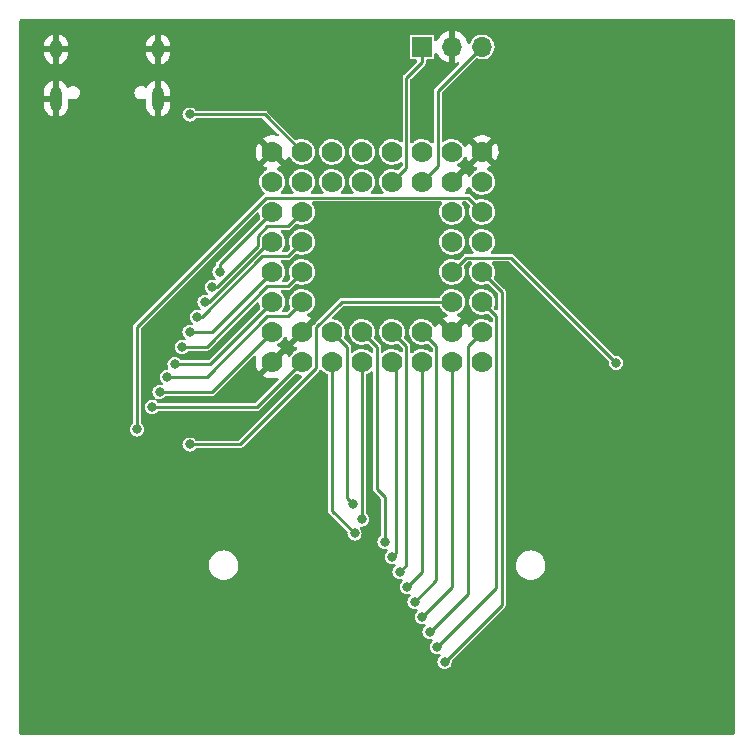
<source format=gbr>
%TF.GenerationSoftware,KiCad,Pcbnew,6.0.5-a6ca702e91~116~ubuntu22.04.1*%
%TF.CreationDate,2022-06-05T12:33:17+01:00*%
%TF.ProjectId,gba-cart-pga,6762612d-6361-4727-942d-7067612e6b69,rev?*%
%TF.SameCoordinates,Original*%
%TF.FileFunction,Copper,L2,Bot*%
%TF.FilePolarity,Positive*%
%FSLAX46Y46*%
G04 Gerber Fmt 4.6, Leading zero omitted, Abs format (unit mm)*
G04 Created by KiCad (PCBNEW 6.0.5-a6ca702e91~116~ubuntu22.04.1) date 2022-06-05 12:33:17*
%MOMM*%
%LPD*%
G01*
G04 APERTURE LIST*
%TA.AperFunction,ComponentPad*%
%ADD10R,1.700000X1.700000*%
%TD*%
%TA.AperFunction,ComponentPad*%
%ADD11O,1.700000X1.700000*%
%TD*%
%TA.AperFunction,ComponentPad*%
%ADD12O,1.000000X2.100000*%
%TD*%
%TA.AperFunction,ComponentPad*%
%ADD13O,1.000000X1.600000*%
%TD*%
%TA.AperFunction,ComponentPad*%
%ADD14C,1.778000*%
%TD*%
%TA.AperFunction,ViaPad*%
%ADD15C,0.800000*%
%TD*%
%TA.AperFunction,Conductor*%
%ADD16C,0.250000*%
%TD*%
G04 APERTURE END LIST*
D10*
%TO.P,J2,1,Pin_1*%
%TO.N,Net-(J2-Pad1)*%
X138430000Y-83820000D03*
D11*
%TO.P,J2,2,Pin_2*%
%TO.N,GND*%
X140970000Y-83820000D03*
%TO.P,J2,3,Pin_3*%
%TO.N,Net-(J2-Pad3)*%
X143510000Y-83820000D03*
%TD*%
D12*
%TO.P,J1,S1,SHIELD*%
%TO.N,GND*%
X116080000Y-88195000D03*
D13*
X107440000Y-84015000D03*
D12*
X107440000Y-88195000D03*
D13*
X116080000Y-84015000D03*
%TD*%
D14*
%TO.P,U1,A1,GND*%
%TO.N,GND*%
X125730000Y-92710000D03*
%TO.P,U1,A2,VBUS*%
%TO.N,VBUS*%
X128270000Y-92710000D03*
%TO.P,U1,A3,3v3_EN*%
%TO.N,unconnected-(U1-PadA3)*%
X130810000Y-92710000D03*
%TO.P,U1,A4,RUN*%
%TO.N,unconnected-(U1-PadA4)*%
X133350000Y-92710000D03*
%TO.P,U1,A5,USB_DP*%
%TO.N,Net-(J1-PadA6)*%
X135890000Y-92710000D03*
%TO.P,U1,A6,USB_DM*%
%TO.N,Net-(J1-PadA7)*%
X138430000Y-92710000D03*
%TO.P,U1,A7,BOOTSEL*%
%TO.N,unconnected-(U1-PadA7)*%
X140970000Y-92710000D03*
%TO.P,U1,A8,GND*%
%TO.N,GND*%
X143510000Y-92710000D03*
%TO.P,U1,B1,GPIO0*%
%TO.N,/AD0*%
X125730000Y-95250000D03*
%TO.P,U1,B2,GND*%
%TO.N,unconnected-(U1-PadB2)*%
X128270000Y-95250000D03*
%TO.P,U1,B3,3V3*%
%TO.N,+3V3*%
X130810000Y-95250000D03*
%TO.P,U1,B4,ADC_REF*%
%TO.N,unconnected-(U1-PadB4)*%
X133350000Y-95250000D03*
%TO.P,U1,B5,SWCLK*%
%TO.N,Net-(J2-Pad1)*%
X135890000Y-95250000D03*
%TO.P,U1,B6,SWDIO*%
%TO.N,Net-(J2-Pad3)*%
X138430000Y-95250000D03*
%TO.P,U1,B7,GND*%
%TO.N,GND*%
X140970000Y-95250000D03*
%TO.P,U1,B8,GPIO29*%
%TO.N,unconnected-(U1-PadB8)*%
X143510000Y-95250000D03*
%TO.P,U1,C1,GPIO1*%
%TO.N,/AD1*%
X125730000Y-97790000D03*
%TO.P,U1,C2,GPIO2*%
%TO.N,/AD2*%
X128270000Y-97790000D03*
%TO.P,U1,C7,GPIO28*%
%TO.N,unconnected-(U1-PadC7)*%
X140970000Y-97790000D03*
%TO.P,U1,C8,GPIO27*%
%TO.N,/CS2*%
X143510000Y-97790000D03*
%TO.P,U1,D1,GPIO3*%
%TO.N,/AD3*%
X125730000Y-100330000D03*
%TO.P,U1,D2,GPIO4*%
%TO.N,/AD4*%
X128270000Y-100330000D03*
%TO.P,U1,D7,GPIO26*%
%TO.N,/CS1*%
X140970000Y-100330000D03*
%TO.P,U1,D8,GPIO25*%
%TO.N,/RD*%
X143510000Y-100330000D03*
%TO.P,U1,E1,GPIO5*%
%TO.N,/AD5*%
X125730000Y-102870000D03*
%TO.P,U1,E2,GPIO6*%
%TO.N,/AD6*%
X128270000Y-102870000D03*
%TO.P,U1,E7,GPIO24*%
%TO.N,/WR*%
X140970000Y-102870000D03*
%TO.P,U1,E8,GPIO23*%
%TO.N,/A23*%
X143510000Y-102870000D03*
%TO.P,U1,F1,GPIO7*%
%TO.N,/AD7*%
X125730000Y-105410000D03*
%TO.P,U1,F2,GPIO8*%
%TO.N,/AD8*%
X128270000Y-105410000D03*
%TO.P,U1,F7,GPIO22*%
%TO.N,/A22*%
X140970000Y-105410000D03*
%TO.P,U1,F8,GPIO21*%
%TO.N,/A21*%
X143510000Y-105410000D03*
%TO.P,U1,G1,GPIO9*%
%TO.N,/AD9*%
X125730000Y-107950000D03*
%TO.P,U1,G2,GND*%
%TO.N,GND*%
X128270000Y-107950000D03*
%TO.P,U1,G3,GPIO12*%
%TO.N,/AD12*%
X130810000Y-107950000D03*
%TO.P,U1,G4,GPIO14*%
%TO.N,/AD14*%
X133350000Y-107950000D03*
%TO.P,U1,G5,GPIO16*%
%TO.N,/A16*%
X135890000Y-107950000D03*
%TO.P,U1,G6,GPIO18*%
%TO.N,/A18*%
X138430000Y-107950000D03*
%TO.P,U1,G7,GND*%
%TO.N,GND*%
X140970000Y-107950000D03*
%TO.P,U1,G8,GPIO20*%
%TO.N,/A20*%
X143510000Y-107950000D03*
%TO.P,U1,H1,GND*%
%TO.N,GND*%
X125730000Y-110490000D03*
%TO.P,U1,H2,GPIO10*%
%TO.N,/AD10*%
X128270000Y-110490000D03*
%TO.P,U1,H3,GPIO11*%
%TO.N,/AD11*%
X130810000Y-110490000D03*
%TO.P,U1,H4,GPIO13*%
%TO.N,/AD13*%
X133350000Y-110490000D03*
%TO.P,U1,H5,GPIO15*%
%TO.N,/AD15*%
X135890000Y-110490000D03*
%TO.P,U1,H6,GPIO17*%
%TO.N,/A17*%
X138430000Y-110490000D03*
%TO.P,U1,H7,GPIO19*%
%TO.N,/A19*%
X140970000Y-110490000D03*
%TO.P,U1,H8,GND*%
%TO.N,GND*%
X143510000Y-110490000D03*
%TD*%
D15*
%TO.N,/WR*%
X154870000Y-110560000D03*
%TO.N,/AD1*%
X121285000Y-102870000D03*
%TO.N,/AD2*%
X120650000Y-104140000D03*
%TO.N,/AD3*%
X120015000Y-105409998D03*
%TO.N,/AD4*%
X119380000Y-106680000D03*
%TO.N,/AD5*%
X118745000Y-107950000D03*
%TO.N,/AD6*%
X118110000Y-109220000D03*
%TO.N,/AD7*%
X117475000Y-110685151D03*
%TO.N,/AD8*%
X116840000Y-111760000D03*
%TO.N,/AD9*%
X116205000Y-113030000D03*
%TO.N,/AD10*%
X115570000Y-114300000D03*
%TO.N,/AD11*%
X132715000Y-125005500D03*
%TO.N,/AD12*%
X132593003Y-122513213D03*
%TO.N,/AD13*%
X133350000Y-123825000D03*
%TO.N,/AD14*%
X135255000Y-125730000D03*
%TO.N,/AD15*%
X135890000Y-127000000D03*
%TO.N,/A16*%
X136525000Y-128270000D03*
%TO.N,/A17*%
X137160000Y-129540000D03*
%TO.N,/A18*%
X137795000Y-130810000D03*
%TO.N,/A19*%
X138430000Y-132080000D03*
%TO.N,/A20*%
X139065000Y-133350000D03*
%TO.N,/A21*%
X139700000Y-134620000D03*
%TO.N,/A22*%
X118745000Y-117475000D03*
%TO.N,/A23*%
X140335000Y-135890000D03*
%TO.N,/CS2*%
X114300000Y-116205000D03*
%TO.N,VBUS*%
X118745000Y-89535000D03*
%TD*%
D16*
%TO.N,/WR*%
X145966489Y-101656489D02*
X154870000Y-110560000D01*
X140970000Y-102870000D02*
X142183511Y-101656489D01*
X142183511Y-101656489D02*
X145966489Y-101656489D01*
%TO.N,/AD1*%
X121285000Y-102235000D02*
X121285000Y-102870000D01*
X125730000Y-97790000D02*
X121285000Y-102235000D01*
%TO.N,/AD2*%
X124516489Y-99827346D02*
X125340324Y-99003511D01*
X127056489Y-99003511D02*
X128270000Y-97790000D01*
X124516489Y-100663111D02*
X124516489Y-99827346D01*
X120650000Y-104140000D02*
X121039600Y-104140000D01*
X125340324Y-99003511D02*
X127056489Y-99003511D01*
X121039600Y-104140000D02*
X124516489Y-100663111D01*
%TO.N,/AD3*%
X125730000Y-100330000D02*
X125485304Y-100330000D01*
X125485304Y-100330000D02*
X120405306Y-105409998D01*
X120405306Y-105409998D02*
X120015000Y-105409998D01*
%TO.N,/AD4*%
X119771008Y-106680000D02*
X124907497Y-101543511D01*
X119380000Y-106680000D02*
X119771008Y-106680000D01*
X127056489Y-101543511D02*
X128270000Y-100330000D01*
X124907497Y-101543511D02*
X127056489Y-101543511D01*
%TO.N,/AD5*%
X125730000Y-102870000D02*
X120650000Y-107950000D01*
X120650000Y-107950000D02*
X118745000Y-107950000D01*
%TO.N,/AD6*%
X128270000Y-102870000D02*
X127056489Y-104083511D01*
X125340324Y-104083511D02*
X120203835Y-109220000D01*
X127056489Y-104083511D02*
X125340324Y-104083511D01*
X120203835Y-109220000D02*
X118110000Y-109220000D01*
%TO.N,/AD7*%
X120454849Y-110685151D02*
X117475000Y-110685151D01*
X125730000Y-105410000D02*
X120454849Y-110685151D01*
%TO.N,/AD8*%
X127056489Y-106623511D02*
X128270000Y-105410000D01*
X120203835Y-111760000D02*
X125340324Y-106623511D01*
X125340324Y-106623511D02*
X127056489Y-106623511D01*
X116840000Y-111760000D02*
X120203835Y-111760000D01*
%TO.N,/AD9*%
X120650000Y-113030000D02*
X116205000Y-113030000D01*
X125730000Y-107950000D02*
X120650000Y-113030000D01*
%TO.N,/AD10*%
X115570000Y-114300000D02*
X124460000Y-114300000D01*
X124460000Y-114300000D02*
X128270000Y-110490000D01*
%TO.N,/AD11*%
X130810000Y-123100500D02*
X132715000Y-125005500D01*
X130810000Y-110490000D02*
X130810000Y-123100500D01*
%TO.N,/AD12*%
X132080000Y-109220000D02*
X132080000Y-122000210D01*
X130810000Y-107950000D02*
X132080000Y-109220000D01*
X132080000Y-122000210D02*
X132593003Y-122513213D01*
%TO.N,/AD13*%
X133350000Y-110490000D02*
X133350000Y-123825000D01*
%TO.N,/AD14*%
X135255000Y-125730000D02*
X135255000Y-121920000D01*
X135255000Y-121920000D02*
X134620000Y-121285000D01*
X134620000Y-109220000D02*
X134620000Y-121285000D01*
X133350000Y-107950000D02*
X134620000Y-109220000D01*
%TO.N,/AD15*%
X135890000Y-110490000D02*
X136243521Y-110843521D01*
X136243521Y-126646479D02*
X135890000Y-127000000D01*
X136243521Y-110843521D02*
X136243521Y-126646479D01*
%TO.N,/A16*%
X137103511Y-109163511D02*
X137103511Y-127691489D01*
X137103511Y-127691489D02*
X136525000Y-128270000D01*
X135890000Y-107950000D02*
X137103511Y-109163511D01*
%TO.N,/A17*%
X138430000Y-128270000D02*
X138430000Y-110490000D01*
X137160000Y-129540000D02*
X138430000Y-128270000D01*
%TO.N,/A18*%
X139643511Y-128961489D02*
X137795000Y-130810000D01*
X138430000Y-107950000D02*
X139643511Y-109163511D01*
X139643511Y-109163511D02*
X139643511Y-128961489D01*
%TO.N,/A19*%
X140970000Y-129540000D02*
X140970000Y-110490000D01*
X138430000Y-132080000D02*
X140970000Y-129540000D01*
%TO.N,/A20*%
X142296489Y-130118511D02*
X139065000Y-133350000D01*
X142296489Y-109163511D02*
X142296489Y-130118511D01*
X143510000Y-107950000D02*
X142296489Y-109163511D01*
%TO.N,/A21*%
X143510000Y-105410000D02*
X144723511Y-106623511D01*
X144723511Y-106623511D02*
X144723511Y-129596489D01*
X144723511Y-129596489D02*
X139700000Y-134620000D01*
%TO.N,/A22*%
X129483511Y-110992654D02*
X123001165Y-117475000D01*
X140970000Y-105410000D02*
X131633835Y-105410000D01*
X129483511Y-107560324D02*
X129483511Y-110992654D01*
X123001165Y-117475000D02*
X118745000Y-117475000D01*
X131633835Y-105410000D02*
X129483511Y-107560324D01*
%TO.N,/A23*%
X145173022Y-104533022D02*
X145173022Y-131051978D01*
X143510000Y-102870000D02*
X145173022Y-104533022D01*
X145173022Y-131051978D02*
X140335000Y-135890000D01*
%TO.N,/CS2*%
X125227346Y-96576489D02*
X114300000Y-107503835D01*
X143510000Y-97790000D02*
X142296489Y-96576489D01*
X114300000Y-107503835D02*
X114300000Y-116205000D01*
X142296489Y-96576489D02*
X125227346Y-96576489D01*
%TO.N,Net-(J2-Pad3)*%
X139756489Y-90113511D02*
X139756489Y-88843511D01*
X143510000Y-83820000D02*
X139756489Y-87573511D01*
X139756489Y-87573511D02*
X139756489Y-90113511D01*
X139756489Y-93923511D02*
X139756489Y-90113511D01*
X138430000Y-95250000D02*
X139756489Y-93923511D01*
%TO.N,Net-(J2-Pad1)*%
X137103511Y-94036489D02*
X137103511Y-86416489D01*
X138430000Y-83820000D02*
X138430000Y-85090000D01*
X135890000Y-95250000D02*
X137103511Y-94036489D01*
X138430000Y-85090000D02*
X137103511Y-86416489D01*
%TO.N,VBUS*%
X118745000Y-89535000D02*
X125095000Y-89535000D01*
X125095000Y-89535000D02*
X128270000Y-92710000D01*
%TD*%
%TA.AperFunction,Conductor*%
%TO.N,GND*%
G36*
X164841621Y-81500502D02*
G01*
X164888114Y-81554158D01*
X164899500Y-81606500D01*
X164899500Y-141913500D01*
X164879498Y-141981621D01*
X164825842Y-142028114D01*
X164773500Y-142039500D01*
X104466500Y-142039500D01*
X104398379Y-142019498D01*
X104351886Y-141965842D01*
X104340500Y-141913500D01*
X104340500Y-127739438D01*
X120365066Y-127739438D01*
X120391883Y-127961044D01*
X120457519Y-128174400D01*
X120559901Y-128372759D01*
X120563310Y-128377201D01*
X120563312Y-128377205D01*
X120649510Y-128489540D01*
X120695790Y-128549854D01*
X120860893Y-128700086D01*
X121049990Y-128818707D01*
X121257105Y-128901966D01*
X121262593Y-128903103D01*
X121262598Y-128903104D01*
X121420053Y-128935711D01*
X121475690Y-128947233D01*
X121480303Y-128947499D01*
X121530526Y-128950395D01*
X121530530Y-128950395D01*
X121532349Y-128950500D01*
X121676630Y-128950500D01*
X121679417Y-128950251D01*
X121679423Y-128950251D01*
X121759344Y-128943118D01*
X121842339Y-128935711D01*
X121847753Y-128934230D01*
X121847758Y-128934229D01*
X121985278Y-128896607D01*
X122057651Y-128876808D01*
X122062709Y-128874396D01*
X122062713Y-128874394D01*
X122179462Y-128818707D01*
X122259129Y-128780708D01*
X122440405Y-128650448D01*
X122576307Y-128510209D01*
X122591846Y-128494174D01*
X122591848Y-128494171D01*
X122595749Y-128490146D01*
X122720250Y-128304868D01*
X122809974Y-128100471D01*
X122811282Y-128095023D01*
X122811284Y-128095017D01*
X122860775Y-127888872D01*
X122860775Y-127888871D01*
X122862085Y-127883415D01*
X122873654Y-127682758D01*
X122874611Y-127666169D01*
X122874611Y-127666166D01*
X122874934Y-127660562D01*
X122848117Y-127438956D01*
X122782481Y-127225600D01*
X122680099Y-127027241D01*
X122676690Y-127022799D01*
X122676688Y-127022795D01*
X122547620Y-126854590D01*
X122544210Y-126850146D01*
X122379107Y-126699914D01*
X122190010Y-126581293D01*
X121982895Y-126498034D01*
X121977407Y-126496897D01*
X121977402Y-126496896D01*
X121812845Y-126462818D01*
X121764310Y-126452767D01*
X121759697Y-126452501D01*
X121709474Y-126449605D01*
X121709470Y-126449605D01*
X121707651Y-126449500D01*
X121563370Y-126449500D01*
X121560583Y-126449749D01*
X121560577Y-126449749D01*
X121491003Y-126455959D01*
X121397661Y-126464289D01*
X121392247Y-126465770D01*
X121392242Y-126465771D01*
X121278470Y-126496896D01*
X121182349Y-126523192D01*
X121177291Y-126525604D01*
X121177287Y-126525606D01*
X121091147Y-126566693D01*
X120980871Y-126619292D01*
X120799595Y-126749552D01*
X120644251Y-126909854D01*
X120519750Y-127095132D01*
X120430026Y-127299529D01*
X120428718Y-127304977D01*
X120428716Y-127304983D01*
X120380823Y-127504473D01*
X120377915Y-127516585D01*
X120375604Y-127556663D01*
X120366170Y-127720296D01*
X120365066Y-127739438D01*
X104340500Y-127739438D01*
X104340500Y-116205000D01*
X113694318Y-116205000D01*
X113714956Y-116361762D01*
X113775464Y-116507841D01*
X113871718Y-116633282D01*
X113997159Y-116729536D01*
X114143238Y-116790044D01*
X114300000Y-116810682D01*
X114308188Y-116809604D01*
X114448574Y-116791122D01*
X114456762Y-116790044D01*
X114602841Y-116729536D01*
X114728282Y-116633282D01*
X114824536Y-116507841D01*
X114885044Y-116361762D01*
X114905682Y-116205000D01*
X114885044Y-116048238D01*
X114824536Y-115902159D01*
X114728282Y-115776718D01*
X114674796Y-115735677D01*
X114632929Y-115678339D01*
X114625500Y-115635714D01*
X114625500Y-107690851D01*
X114645502Y-107622730D01*
X114662405Y-107601756D01*
X124431364Y-97832797D01*
X124493676Y-97798771D01*
X124564491Y-97803836D01*
X124621327Y-97846383D01*
X124646189Y-97913651D01*
X124649303Y-97961166D01*
X124698592Y-98155241D01*
X124726778Y-98216381D01*
X124737133Y-98286616D01*
X124707871Y-98351302D01*
X124701447Y-98358226D01*
X121068784Y-101990890D01*
X121060681Y-101998316D01*
X121031806Y-102022545D01*
X121026293Y-102032094D01*
X121012961Y-102055185D01*
X121007055Y-102064456D01*
X120985446Y-102095316D01*
X120982592Y-102105966D01*
X120981115Y-102109134D01*
X120979923Y-102112410D01*
X120974412Y-102121955D01*
X120972300Y-102133935D01*
X120967870Y-102159058D01*
X120965492Y-102169785D01*
X120955736Y-102206193D01*
X120956697Y-102217178D01*
X120956697Y-102217180D01*
X120959020Y-102243728D01*
X120959500Y-102254710D01*
X120959500Y-102300714D01*
X120939498Y-102368835D01*
X120910204Y-102400677D01*
X120856718Y-102441718D01*
X120760464Y-102567159D01*
X120699956Y-102713238D01*
X120679318Y-102870000D01*
X120699956Y-103026762D01*
X120760464Y-103172841D01*
X120856718Y-103298282D01*
X120863264Y-103303305D01*
X120863266Y-103303307D01*
X120897780Y-103329790D01*
X120939648Y-103387127D01*
X120943870Y-103457998D01*
X120909107Y-103519901D01*
X120846395Y-103553183D01*
X120804631Y-103554675D01*
X120658188Y-103535396D01*
X120650000Y-103534318D01*
X120493238Y-103554956D01*
X120347159Y-103615464D01*
X120221718Y-103711718D01*
X120125464Y-103837159D01*
X120064956Y-103983238D01*
X120044318Y-104140000D01*
X120064956Y-104296762D01*
X120125464Y-104442841D01*
X120130491Y-104449392D01*
X120205564Y-104547229D01*
X120221718Y-104568282D01*
X120228264Y-104573305D01*
X120228267Y-104573308D01*
X120262777Y-104599788D01*
X120304645Y-104657126D01*
X120308867Y-104727997D01*
X120274104Y-104789900D01*
X120211391Y-104823181D01*
X120169628Y-104824673D01*
X120023188Y-104805394D01*
X120015000Y-104804316D01*
X120006812Y-104805394D01*
X119902013Y-104819191D01*
X119858238Y-104824954D01*
X119712159Y-104885462D01*
X119586718Y-104981716D01*
X119490464Y-105107157D01*
X119429956Y-105253236D01*
X119409318Y-105409998D01*
X119429956Y-105566760D01*
X119490464Y-105712839D01*
X119586718Y-105838280D01*
X119593264Y-105843303D01*
X119627784Y-105869791D01*
X119669651Y-105927129D01*
X119673873Y-105998000D01*
X119639109Y-106059903D01*
X119576396Y-106093184D01*
X119534635Y-106094676D01*
X119380000Y-106074318D01*
X119223238Y-106094956D01*
X119077159Y-106155464D01*
X118951718Y-106251718D01*
X118855464Y-106377159D01*
X118794956Y-106523238D01*
X118774318Y-106680000D01*
X118794956Y-106836762D01*
X118855464Y-106982841D01*
X118860491Y-106989392D01*
X118934512Y-107085858D01*
X118951718Y-107108282D01*
X118958264Y-107113305D01*
X118958266Y-107113307D01*
X118992780Y-107139790D01*
X119034648Y-107197127D01*
X119038870Y-107267998D01*
X119004107Y-107329901D01*
X118941395Y-107363183D01*
X118899631Y-107364675D01*
X118753188Y-107345396D01*
X118745000Y-107344318D01*
X118718020Y-107347870D01*
X118632089Y-107359183D01*
X118588238Y-107364956D01*
X118442159Y-107425464D01*
X118316718Y-107521718D01*
X118220464Y-107647159D01*
X118159956Y-107793238D01*
X118139318Y-107950000D01*
X118159956Y-108106762D01*
X118220464Y-108252841D01*
X118316718Y-108378282D01*
X118323264Y-108383305D01*
X118323266Y-108383307D01*
X118357780Y-108409790D01*
X118399648Y-108467127D01*
X118403870Y-108537998D01*
X118369107Y-108599901D01*
X118306395Y-108633183D01*
X118264631Y-108634675D01*
X118118188Y-108615396D01*
X118110000Y-108614318D01*
X117953238Y-108634956D01*
X117807159Y-108695464D01*
X117681718Y-108791718D01*
X117676695Y-108798264D01*
X117672648Y-108803538D01*
X117585464Y-108917159D01*
X117524956Y-109063238D01*
X117504318Y-109220000D01*
X117524956Y-109376762D01*
X117585464Y-109522841D01*
X117681718Y-109648282D01*
X117807159Y-109744536D01*
X117953238Y-109805044D01*
X118110000Y-109825682D01*
X118118188Y-109824604D01*
X118258574Y-109806122D01*
X118266762Y-109805044D01*
X118412841Y-109744536D01*
X118538282Y-109648282D01*
X118579323Y-109594796D01*
X118636661Y-109552929D01*
X118679286Y-109545500D01*
X120184125Y-109545500D01*
X120195107Y-109545980D01*
X120221655Y-109548303D01*
X120221657Y-109548303D01*
X120232642Y-109549264D01*
X120269050Y-109539508D01*
X120279777Y-109537130D01*
X120283136Y-109536538D01*
X120316880Y-109530588D01*
X120326425Y-109525077D01*
X120329701Y-109523885D01*
X120332869Y-109522408D01*
X120343519Y-109519554D01*
X120374379Y-109497945D01*
X120383650Y-109492039D01*
X120406741Y-109478707D01*
X120416290Y-109473194D01*
X120440520Y-109444317D01*
X120447946Y-109436215D01*
X124431364Y-105452798D01*
X124493676Y-105418772D01*
X124564492Y-105423837D01*
X124621327Y-105466384D01*
X124646189Y-105533653D01*
X124649303Y-105581166D01*
X124698592Y-105775241D01*
X124701011Y-105780488D01*
X124726778Y-105836381D01*
X124737133Y-105906618D01*
X124707870Y-105971304D01*
X124701447Y-105978227D01*
X120356928Y-110322746D01*
X120294616Y-110356772D01*
X120267833Y-110359651D01*
X118044286Y-110359651D01*
X117976165Y-110339649D01*
X117944323Y-110310355D01*
X117908305Y-110263415D01*
X117903282Y-110256869D01*
X117895123Y-110250608D01*
X117784392Y-110165642D01*
X117777841Y-110160615D01*
X117631762Y-110100107D01*
X117475000Y-110079469D01*
X117318238Y-110100107D01*
X117172159Y-110160615D01*
X117165608Y-110165642D01*
X117054878Y-110250608D01*
X117046718Y-110256869D01*
X116950464Y-110382310D01*
X116889956Y-110528389D01*
X116869318Y-110685151D01*
X116889956Y-110841913D01*
X116947642Y-110981180D01*
X116955231Y-111051767D01*
X116923452Y-111115254D01*
X116862394Y-111151482D01*
X116839997Y-111154295D01*
X116840000Y-111154318D01*
X116683238Y-111174956D01*
X116537159Y-111235464D01*
X116482714Y-111277241D01*
X116424971Y-111321549D01*
X116411718Y-111331718D01*
X116406695Y-111338264D01*
X116403496Y-111342433D01*
X116315464Y-111457159D01*
X116254956Y-111603238D01*
X116234318Y-111760000D01*
X116254956Y-111916762D01*
X116258116Y-111924391D01*
X116262532Y-111935053D01*
X116315464Y-112062841D01*
X116411718Y-112188282D01*
X116418264Y-112193305D01*
X116418266Y-112193307D01*
X116452780Y-112219790D01*
X116494648Y-112277127D01*
X116498870Y-112347998D01*
X116464107Y-112409901D01*
X116401395Y-112443183D01*
X116359631Y-112444675D01*
X116213188Y-112425396D01*
X116205000Y-112424318D01*
X116048238Y-112444956D01*
X115902159Y-112505464D01*
X115776718Y-112601718D01*
X115680464Y-112727159D01*
X115619956Y-112873238D01*
X115599318Y-113030000D01*
X115619956Y-113186762D01*
X115680464Y-113332841D01*
X115776718Y-113458282D01*
X115783264Y-113463305D01*
X115783266Y-113463307D01*
X115817780Y-113489790D01*
X115859648Y-113547127D01*
X115863870Y-113617998D01*
X115829107Y-113679901D01*
X115766395Y-113713183D01*
X115724631Y-113714675D01*
X115578188Y-113695396D01*
X115570000Y-113694318D01*
X115413238Y-113714956D01*
X115267159Y-113775464D01*
X115141718Y-113871718D01*
X115045464Y-113997159D01*
X114984956Y-114143238D01*
X114964318Y-114300000D01*
X114984956Y-114456762D01*
X115045464Y-114602841D01*
X115141718Y-114728282D01*
X115267159Y-114824536D01*
X115413238Y-114885044D01*
X115570000Y-114905682D01*
X115578188Y-114904604D01*
X115718574Y-114886122D01*
X115726762Y-114885044D01*
X115872841Y-114824536D01*
X115998282Y-114728282D01*
X116039323Y-114674796D01*
X116096661Y-114632929D01*
X116139286Y-114625500D01*
X124440290Y-114625500D01*
X124451272Y-114625980D01*
X124477820Y-114628303D01*
X124477822Y-114628303D01*
X124488807Y-114629264D01*
X124525215Y-114619508D01*
X124535942Y-114617130D01*
X124539301Y-114616538D01*
X124573045Y-114610588D01*
X124582590Y-114605077D01*
X124585866Y-114603885D01*
X124589034Y-114602408D01*
X124599684Y-114599554D01*
X124630544Y-114577945D01*
X124639815Y-114572039D01*
X124662906Y-114558707D01*
X124672455Y-114553194D01*
X124696685Y-114524317D01*
X124704111Y-114516215D01*
X127702109Y-111518217D01*
X127764421Y-111484191D01*
X127840942Y-111491545D01*
X127926573Y-111528335D01*
X127926576Y-111528336D01*
X127931883Y-111530616D01*
X128127182Y-111574807D01*
X128132956Y-111575034D01*
X128132957Y-111575034D01*
X128141331Y-111575363D01*
X128208614Y-111598025D01*
X128252964Y-111653465D01*
X128260300Y-111724081D01*
X128225478Y-111790361D01*
X122903244Y-117112595D01*
X122840932Y-117146621D01*
X122814149Y-117149500D01*
X119314286Y-117149500D01*
X119246165Y-117129498D01*
X119214323Y-117100204D01*
X119178305Y-117053264D01*
X119173282Y-117046718D01*
X119047841Y-116950464D01*
X118901762Y-116889956D01*
X118745000Y-116869318D01*
X118588238Y-116889956D01*
X118442159Y-116950464D01*
X118316718Y-117046718D01*
X118220464Y-117172159D01*
X118159956Y-117318238D01*
X118139318Y-117475000D01*
X118159956Y-117631762D01*
X118220464Y-117777841D01*
X118316718Y-117903282D01*
X118442159Y-117999536D01*
X118588238Y-118060044D01*
X118745000Y-118080682D01*
X118753188Y-118079604D01*
X118893574Y-118061122D01*
X118901762Y-118060044D01*
X119047841Y-117999536D01*
X119173282Y-117903282D01*
X119214323Y-117849796D01*
X119271661Y-117807929D01*
X119314286Y-117800500D01*
X122981455Y-117800500D01*
X122992437Y-117800980D01*
X123018985Y-117803303D01*
X123018987Y-117803303D01*
X123029972Y-117804264D01*
X123066380Y-117794508D01*
X123077107Y-117792130D01*
X123080466Y-117791538D01*
X123114210Y-117785588D01*
X123123755Y-117780077D01*
X123127031Y-117778885D01*
X123130199Y-117777408D01*
X123140849Y-117774554D01*
X123171709Y-117752945D01*
X123180980Y-117747039D01*
X123204071Y-117733707D01*
X123213620Y-117728194D01*
X123237850Y-117699317D01*
X123245276Y-117691215D01*
X129699726Y-111236765D01*
X129707830Y-111229338D01*
X129728260Y-111212195D01*
X129736705Y-111205109D01*
X129748207Y-111185187D01*
X129799590Y-111136194D01*
X129869304Y-111122759D01*
X129935215Y-111149146D01*
X129960223Y-111175468D01*
X129977988Y-111200605D01*
X130121418Y-111340328D01*
X130287908Y-111451574D01*
X130293211Y-111453852D01*
X130293214Y-111453854D01*
X130408238Y-111503272D01*
X130462931Y-111548540D01*
X130484500Y-111619040D01*
X130484500Y-123080790D01*
X130484020Y-123091772D01*
X130480736Y-123129307D01*
X130490491Y-123165710D01*
X130492870Y-123176442D01*
X130499412Y-123213545D01*
X130504923Y-123223090D01*
X130506115Y-123226366D01*
X130507592Y-123229534D01*
X130510446Y-123240184D01*
X130516770Y-123249215D01*
X130532055Y-123271044D01*
X130537961Y-123280315D01*
X130551293Y-123303406D01*
X130556806Y-123312955D01*
X130565251Y-123320041D01*
X130585682Y-123337185D01*
X130593785Y-123344611D01*
X132082291Y-124833117D01*
X132116317Y-124895429D01*
X132118118Y-124938657D01*
X132109318Y-125005500D01*
X132129956Y-125162262D01*
X132190464Y-125308341D01*
X132286718Y-125433782D01*
X132412159Y-125530036D01*
X132558238Y-125590544D01*
X132715000Y-125611182D01*
X132723188Y-125610104D01*
X132863574Y-125591622D01*
X132871762Y-125590544D01*
X133017841Y-125530036D01*
X133143282Y-125433782D01*
X133239536Y-125308341D01*
X133300044Y-125162262D01*
X133320682Y-125005500D01*
X133300044Y-124848738D01*
X133239536Y-124702659D01*
X133180156Y-124625273D01*
X133154556Y-124559052D01*
X133168821Y-124489504D01*
X133218422Y-124438708D01*
X133287612Y-124422792D01*
X133296557Y-124423646D01*
X133350000Y-124430682D01*
X133358188Y-124429604D01*
X133498574Y-124411122D01*
X133506762Y-124410044D01*
X133652841Y-124349536D01*
X133778282Y-124253282D01*
X133874536Y-124127841D01*
X133935044Y-123981762D01*
X133955682Y-123825000D01*
X133935044Y-123668238D01*
X133874536Y-123522159D01*
X133778282Y-123396718D01*
X133724796Y-123355677D01*
X133682929Y-123298339D01*
X133675500Y-123255714D01*
X133675500Y-111620440D01*
X133695502Y-111552319D01*
X133749158Y-111505826D01*
X133760999Y-111501127D01*
X133789571Y-111491428D01*
X133789573Y-111491427D01*
X133795038Y-111489572D01*
X133969744Y-111391733D01*
X134033212Y-111338947D01*
X134087931Y-111293438D01*
X134153095Y-111265257D01*
X134223150Y-111276781D01*
X134275854Y-111324349D01*
X134294500Y-111390312D01*
X134294500Y-121265290D01*
X134294020Y-121276272D01*
X134290736Y-121313807D01*
X134293590Y-121324456D01*
X134300491Y-121350210D01*
X134302870Y-121360942D01*
X134309412Y-121398045D01*
X134314923Y-121407590D01*
X134316115Y-121410866D01*
X134317592Y-121414034D01*
X134320446Y-121424684D01*
X134326770Y-121433715D01*
X134342055Y-121455544D01*
X134347961Y-121464815D01*
X134361293Y-121487906D01*
X134366806Y-121497455D01*
X134375251Y-121504541D01*
X134395682Y-121521685D01*
X134403785Y-121529111D01*
X134892595Y-122017921D01*
X134926621Y-122080233D01*
X134929500Y-122107016D01*
X134929500Y-125160714D01*
X134909498Y-125228835D01*
X134880204Y-125260677D01*
X134826718Y-125301718D01*
X134730464Y-125427159D01*
X134669956Y-125573238D01*
X134649318Y-125730000D01*
X134669956Y-125886762D01*
X134730464Y-126032841D01*
X134826718Y-126158282D01*
X134952159Y-126254536D01*
X135098238Y-126315044D01*
X135255000Y-126335682D01*
X135263188Y-126334604D01*
X135409631Y-126315325D01*
X135479780Y-126326265D01*
X135532878Y-126373393D01*
X135552068Y-126441747D01*
X135531257Y-126509625D01*
X135502780Y-126540210D01*
X135468266Y-126566693D01*
X135468264Y-126566695D01*
X135461718Y-126571718D01*
X135365464Y-126697159D01*
X135304956Y-126843238D01*
X135284318Y-127000000D01*
X135304956Y-127156762D01*
X135365464Y-127302841D01*
X135461718Y-127428282D01*
X135587159Y-127524536D01*
X135733238Y-127585044D01*
X135741426Y-127586122D01*
X135811619Y-127595363D01*
X135890000Y-127605682D01*
X135898188Y-127604604D01*
X136044631Y-127585325D01*
X136114780Y-127596265D01*
X136167878Y-127643393D01*
X136187068Y-127711747D01*
X136166257Y-127779625D01*
X136137780Y-127810210D01*
X136103266Y-127836693D01*
X136103264Y-127836695D01*
X136096718Y-127841718D01*
X136000464Y-127967159D01*
X135939956Y-128113238D01*
X135919318Y-128270000D01*
X135939956Y-128426762D01*
X136000464Y-128572841D01*
X136096718Y-128698282D01*
X136222159Y-128794536D01*
X136368238Y-128855044D01*
X136525000Y-128875682D01*
X136533188Y-128874604D01*
X136679631Y-128855325D01*
X136749780Y-128866265D01*
X136802878Y-128913393D01*
X136822068Y-128981747D01*
X136801257Y-129049625D01*
X136772780Y-129080210D01*
X136738266Y-129106693D01*
X136738264Y-129106695D01*
X136731718Y-129111718D01*
X136635464Y-129237159D01*
X136574956Y-129383238D01*
X136554318Y-129540000D01*
X136574956Y-129696762D01*
X136635464Y-129842841D01*
X136731718Y-129968282D01*
X136857159Y-130064536D01*
X137003238Y-130125044D01*
X137160000Y-130145682D01*
X137168188Y-130144604D01*
X137314631Y-130125325D01*
X137384780Y-130136265D01*
X137437878Y-130183393D01*
X137457068Y-130251747D01*
X137436257Y-130319625D01*
X137407780Y-130350210D01*
X137373266Y-130376693D01*
X137373264Y-130376695D01*
X137366718Y-130381718D01*
X137270464Y-130507159D01*
X137209956Y-130653238D01*
X137189318Y-130810000D01*
X137209956Y-130966762D01*
X137270464Y-131112841D01*
X137366718Y-131238282D01*
X137492159Y-131334536D01*
X137638238Y-131395044D01*
X137795000Y-131415682D01*
X137803188Y-131414604D01*
X137949631Y-131395325D01*
X138019780Y-131406265D01*
X138072878Y-131453393D01*
X138092068Y-131521747D01*
X138071257Y-131589625D01*
X138042780Y-131620210D01*
X138008266Y-131646693D01*
X138008264Y-131646695D01*
X138001718Y-131651718D01*
X137905464Y-131777159D01*
X137844956Y-131923238D01*
X137824318Y-132080000D01*
X137844956Y-132236762D01*
X137905464Y-132382841D01*
X138001718Y-132508282D01*
X138127159Y-132604536D01*
X138273238Y-132665044D01*
X138430000Y-132685682D01*
X138438188Y-132684604D01*
X138584631Y-132665325D01*
X138654780Y-132676265D01*
X138707878Y-132723393D01*
X138727068Y-132791747D01*
X138706257Y-132859625D01*
X138677780Y-132890210D01*
X138643266Y-132916693D01*
X138643264Y-132916695D01*
X138636718Y-132921718D01*
X138540464Y-133047159D01*
X138479956Y-133193238D01*
X138459318Y-133350000D01*
X138479956Y-133506762D01*
X138540464Y-133652841D01*
X138636718Y-133778282D01*
X138762159Y-133874536D01*
X138908238Y-133935044D01*
X139065000Y-133955682D01*
X139073188Y-133954604D01*
X139219631Y-133935325D01*
X139289780Y-133946265D01*
X139342878Y-133993393D01*
X139362068Y-134061747D01*
X139341257Y-134129625D01*
X139312780Y-134160210D01*
X139278266Y-134186693D01*
X139278264Y-134186695D01*
X139271718Y-134191718D01*
X139175464Y-134317159D01*
X139114956Y-134463238D01*
X139094318Y-134620000D01*
X139114956Y-134776762D01*
X139175464Y-134922841D01*
X139271718Y-135048282D01*
X139397159Y-135144536D01*
X139543238Y-135205044D01*
X139700000Y-135225682D01*
X139708188Y-135224604D01*
X139854631Y-135205325D01*
X139924780Y-135216265D01*
X139977878Y-135263393D01*
X139997068Y-135331747D01*
X139976257Y-135399625D01*
X139947780Y-135430210D01*
X139913266Y-135456693D01*
X139913264Y-135456695D01*
X139906718Y-135461718D01*
X139810464Y-135587159D01*
X139749956Y-135733238D01*
X139729318Y-135890000D01*
X139749956Y-136046762D01*
X139810464Y-136192841D01*
X139906718Y-136318282D01*
X140032159Y-136414536D01*
X140178238Y-136475044D01*
X140335000Y-136495682D01*
X140343188Y-136494604D01*
X140483574Y-136476122D01*
X140491762Y-136475044D01*
X140637841Y-136414536D01*
X140763282Y-136318282D01*
X140859536Y-136192841D01*
X140920044Y-136046762D01*
X140940682Y-135890000D01*
X140931882Y-135823157D01*
X140942821Y-135753010D01*
X140967709Y-135717617D01*
X145389247Y-131296079D01*
X145397353Y-131288651D01*
X145417771Y-131271519D01*
X145426216Y-131264433D01*
X145431726Y-131254890D01*
X145431729Y-131254886D01*
X145445058Y-131231799D01*
X145450963Y-131222529D01*
X145466254Y-131200691D01*
X145472576Y-131191662D01*
X145475429Y-131181014D01*
X145476908Y-131177843D01*
X145478100Y-131174567D01*
X145483610Y-131165023D01*
X145490156Y-131127902D01*
X145492530Y-131117195D01*
X145502285Y-131080785D01*
X145499001Y-131043247D01*
X145498522Y-131032266D01*
X145498522Y-127739438D01*
X146365066Y-127739438D01*
X146391883Y-127961044D01*
X146457519Y-128174400D01*
X146559901Y-128372759D01*
X146563310Y-128377201D01*
X146563312Y-128377205D01*
X146649510Y-128489540D01*
X146695790Y-128549854D01*
X146860893Y-128700086D01*
X147049990Y-128818707D01*
X147257105Y-128901966D01*
X147262593Y-128903103D01*
X147262598Y-128903104D01*
X147420053Y-128935711D01*
X147475690Y-128947233D01*
X147480303Y-128947499D01*
X147530526Y-128950395D01*
X147530530Y-128950395D01*
X147532349Y-128950500D01*
X147676630Y-128950500D01*
X147679417Y-128950251D01*
X147679423Y-128950251D01*
X147759344Y-128943118D01*
X147842339Y-128935711D01*
X147847753Y-128934230D01*
X147847758Y-128934229D01*
X147985278Y-128896607D01*
X148057651Y-128876808D01*
X148062709Y-128874396D01*
X148062713Y-128874394D01*
X148179462Y-128818707D01*
X148259129Y-128780708D01*
X148440405Y-128650448D01*
X148576307Y-128510209D01*
X148591846Y-128494174D01*
X148591848Y-128494171D01*
X148595749Y-128490146D01*
X148720250Y-128304868D01*
X148809974Y-128100471D01*
X148811282Y-128095023D01*
X148811284Y-128095017D01*
X148860775Y-127888872D01*
X148860775Y-127888871D01*
X148862085Y-127883415D01*
X148873654Y-127682758D01*
X148874611Y-127666169D01*
X148874611Y-127666166D01*
X148874934Y-127660562D01*
X148848117Y-127438956D01*
X148782481Y-127225600D01*
X148680099Y-127027241D01*
X148676690Y-127022799D01*
X148676688Y-127022795D01*
X148547620Y-126854590D01*
X148544210Y-126850146D01*
X148379107Y-126699914D01*
X148190010Y-126581293D01*
X147982895Y-126498034D01*
X147977407Y-126496897D01*
X147977402Y-126496896D01*
X147812845Y-126462818D01*
X147764310Y-126452767D01*
X147759697Y-126452501D01*
X147709474Y-126449605D01*
X147709470Y-126449605D01*
X147707651Y-126449500D01*
X147563370Y-126449500D01*
X147560583Y-126449749D01*
X147560577Y-126449749D01*
X147491003Y-126455959D01*
X147397661Y-126464289D01*
X147392247Y-126465770D01*
X147392242Y-126465771D01*
X147278470Y-126496896D01*
X147182349Y-126523192D01*
X147177291Y-126525604D01*
X147177287Y-126525606D01*
X147091147Y-126566693D01*
X146980871Y-126619292D01*
X146799595Y-126749552D01*
X146644251Y-126909854D01*
X146519750Y-127095132D01*
X146430026Y-127299529D01*
X146428718Y-127304977D01*
X146428716Y-127304983D01*
X146380823Y-127504473D01*
X146377915Y-127516585D01*
X146375604Y-127556663D01*
X146366170Y-127720296D01*
X146365066Y-127739438D01*
X145498522Y-127739438D01*
X145498522Y-104552735D01*
X145499001Y-104541754D01*
X145501325Y-104515192D01*
X145501325Y-104515190D01*
X145502285Y-104504215D01*
X145492530Y-104467805D01*
X145490155Y-104457094D01*
X145488797Y-104449392D01*
X145483610Y-104419977D01*
X145478100Y-104410433D01*
X145476908Y-104407157D01*
X145475429Y-104403986D01*
X145472576Y-104393338D01*
X145450962Y-104362470D01*
X145445058Y-104353201D01*
X145431729Y-104330114D01*
X145431726Y-104330110D01*
X145426216Y-104320567D01*
X145397352Y-104296347D01*
X145389249Y-104288922D01*
X144967079Y-103866752D01*
X144541100Y-103440774D01*
X144507075Y-103378461D01*
X144510882Y-103311179D01*
X144573936Y-103125428D01*
X144602668Y-102927264D01*
X144604168Y-102870000D01*
X144585846Y-102670604D01*
X144531494Y-102477885D01*
X144442932Y-102298299D01*
X144424842Y-102274073D01*
X144357116Y-102183378D01*
X144332384Y-102116828D01*
X144347558Y-102047472D01*
X144397820Y-101997330D01*
X144458074Y-101981989D01*
X145779473Y-101981989D01*
X145847594Y-102001991D01*
X145868568Y-102018894D01*
X154237291Y-110387617D01*
X154271317Y-110449929D01*
X154273118Y-110493157D01*
X154264318Y-110560000D01*
X154284956Y-110716762D01*
X154345464Y-110862841D01*
X154441718Y-110988282D01*
X154567159Y-111084536D01*
X154713238Y-111145044D01*
X154870000Y-111165682D01*
X154878188Y-111164604D01*
X155018574Y-111146122D01*
X155026762Y-111145044D01*
X155172841Y-111084536D01*
X155298282Y-110988282D01*
X155394536Y-110862841D01*
X155455044Y-110716762D01*
X155475682Y-110560000D01*
X155455044Y-110403238D01*
X155394536Y-110257159D01*
X155298282Y-110131718D01*
X155172841Y-110035464D01*
X155026762Y-109974956D01*
X154870000Y-109954318D01*
X154803157Y-109963118D01*
X154733010Y-109952179D01*
X154697617Y-109927291D01*
X146210600Y-101440274D01*
X146203173Y-101432170D01*
X146186030Y-101411740D01*
X146186031Y-101411740D01*
X146178944Y-101403295D01*
X146164168Y-101394764D01*
X146146304Y-101384450D01*
X146137033Y-101378544D01*
X146125711Y-101370616D01*
X146106173Y-101356935D01*
X146095523Y-101354081D01*
X146092355Y-101352604D01*
X146089079Y-101351412D01*
X146079534Y-101345901D01*
X146045790Y-101339951D01*
X146042431Y-101339359D01*
X146031704Y-101336981D01*
X145995296Y-101327225D01*
X145984311Y-101328186D01*
X145984309Y-101328186D01*
X145957761Y-101330509D01*
X145946779Y-101330989D01*
X144358947Y-101330989D01*
X144290826Y-101310987D01*
X144244333Y-101257331D01*
X144234229Y-101187057D01*
X144263723Y-101122477D01*
X144278381Y-101108113D01*
X144279254Y-101107387D01*
X144279256Y-101107385D01*
X144283694Y-101103694D01*
X144411733Y-100949744D01*
X144509572Y-100775038D01*
X144534878Y-100700488D01*
X144572080Y-100590897D01*
X144572081Y-100590892D01*
X144573936Y-100585428D01*
X144602668Y-100387264D01*
X144604168Y-100330000D01*
X144585846Y-100130604D01*
X144531494Y-99937885D01*
X144442932Y-99758299D01*
X144424842Y-99734073D01*
X144326582Y-99602489D01*
X144323125Y-99597859D01*
X144176087Y-99461938D01*
X144006742Y-99355089D01*
X144001382Y-99352951D01*
X144001379Y-99352949D01*
X143826125Y-99283030D01*
X143820761Y-99280890D01*
X143815101Y-99279764D01*
X143815097Y-99279763D01*
X143630039Y-99242953D01*
X143630037Y-99242953D01*
X143624372Y-99241826D01*
X143618597Y-99241750D01*
X143618593Y-99241750D01*
X143518641Y-99240442D01*
X143424153Y-99239205D01*
X143418456Y-99240184D01*
X143418455Y-99240184D01*
X143232505Y-99272136D01*
X143226808Y-99273115D01*
X143038949Y-99342420D01*
X142866864Y-99444799D01*
X142862524Y-99448605D01*
X142862520Y-99448608D01*
X142720660Y-99573017D01*
X142716319Y-99576824D01*
X142592354Y-99734073D01*
X142499121Y-99911280D01*
X142497407Y-99916800D01*
X142445323Y-100084538D01*
X142439742Y-100102510D01*
X142416207Y-100301358D01*
X142429303Y-100501166D01*
X142478592Y-100695241D01*
X142562423Y-100877084D01*
X142677988Y-101040605D01*
X142682130Y-101044640D01*
X142754085Y-101114735D01*
X142788923Y-101176596D01*
X142784786Y-101247472D01*
X142742987Y-101304860D01*
X142676797Y-101330540D01*
X142666164Y-101330989D01*
X142203221Y-101330989D01*
X142192239Y-101330509D01*
X142165691Y-101328186D01*
X142165689Y-101328186D01*
X142154704Y-101327225D01*
X142118296Y-101336981D01*
X142107569Y-101339359D01*
X142104210Y-101339951D01*
X142070466Y-101345901D01*
X142060921Y-101351412D01*
X142057645Y-101352604D01*
X142054477Y-101354081D01*
X142043827Y-101356935D01*
X142024289Y-101370616D01*
X142012967Y-101378544D01*
X142003696Y-101384450D01*
X141985832Y-101394764D01*
X141971056Y-101403295D01*
X141954800Y-101422668D01*
X141946826Y-101432171D01*
X141939400Y-101440274D01*
X141538188Y-101841486D01*
X141475876Y-101875512D01*
X141402405Y-101869421D01*
X141280761Y-101820890D01*
X141275101Y-101819764D01*
X141275097Y-101819763D01*
X141090039Y-101782953D01*
X141090037Y-101782953D01*
X141084372Y-101781826D01*
X141078597Y-101781750D01*
X141078593Y-101781750D01*
X140978641Y-101780442D01*
X140884153Y-101779205D01*
X140878456Y-101780184D01*
X140878455Y-101780184D01*
X140692505Y-101812136D01*
X140686808Y-101813115D01*
X140498949Y-101882420D01*
X140326864Y-101984799D01*
X140322524Y-101988605D01*
X140322520Y-101988608D01*
X140200844Y-102095316D01*
X140176319Y-102116824D01*
X140172744Y-102121359D01*
X140172743Y-102121360D01*
X140067619Y-102254710D01*
X140052354Y-102274073D01*
X140049663Y-102279189D01*
X140049661Y-102279191D01*
X139964152Y-102441718D01*
X139959121Y-102451280D01*
X139899742Y-102642510D01*
X139876207Y-102841358D01*
X139889303Y-103041166D01*
X139938592Y-103235241D01*
X140022423Y-103417084D01*
X140025756Y-103421800D01*
X140119663Y-103554675D01*
X140137988Y-103580605D01*
X140281418Y-103720328D01*
X140447908Y-103831574D01*
X140453211Y-103833852D01*
X140453214Y-103833854D01*
X140523826Y-103864191D01*
X140631883Y-103910616D01*
X140827182Y-103954807D01*
X140832956Y-103955034D01*
X140832957Y-103955034D01*
X140874134Y-103956652D01*
X141027264Y-103962668D01*
X141225428Y-103933936D01*
X141230892Y-103932081D01*
X141230897Y-103932080D01*
X141369485Y-103885035D01*
X141415038Y-103869572D01*
X141589744Y-103771733D01*
X141743694Y-103643694D01*
X141871733Y-103489744D01*
X141969572Y-103315038D01*
X141994878Y-103240488D01*
X142032080Y-103130897D01*
X142032081Y-103130892D01*
X142033936Y-103125428D01*
X142062668Y-102927264D01*
X142064168Y-102870000D01*
X142045846Y-102670604D01*
X141991494Y-102477885D01*
X141978374Y-102451280D01*
X141975594Y-102445642D01*
X141963405Y-102375699D01*
X141990965Y-102310270D01*
X141999506Y-102300820D01*
X142281432Y-102018894D01*
X142343744Y-101984868D01*
X142370527Y-101981989D01*
X142562839Y-101981989D01*
X142630960Y-102001991D01*
X142677453Y-102055647D01*
X142687557Y-102125921D01*
X142661789Y-102185995D01*
X142607619Y-102254710D01*
X142592354Y-102274073D01*
X142589663Y-102279189D01*
X142589661Y-102279191D01*
X142504152Y-102441718D01*
X142499121Y-102451280D01*
X142439742Y-102642510D01*
X142416207Y-102841358D01*
X142429303Y-103041166D01*
X142478592Y-103235241D01*
X142562423Y-103417084D01*
X142565756Y-103421800D01*
X142659663Y-103554675D01*
X142677988Y-103580605D01*
X142821418Y-103720328D01*
X142987908Y-103831574D01*
X142993211Y-103833852D01*
X142993214Y-103833854D01*
X143063826Y-103864191D01*
X143171883Y-103910616D01*
X143367182Y-103954807D01*
X143372956Y-103955034D01*
X143372957Y-103955034D01*
X143414134Y-103956652D01*
X143567264Y-103962668D01*
X143765428Y-103933936D01*
X143951179Y-103870882D01*
X144022111Y-103867926D01*
X144080774Y-103901100D01*
X144810618Y-104630945D01*
X144844643Y-104693257D01*
X144847522Y-104720040D01*
X144847522Y-105310135D01*
X144827520Y-105378256D01*
X144779957Y-105419469D01*
X144816844Y-105443237D01*
X144846261Y-105507852D01*
X144847522Y-105525636D01*
X144847522Y-105983006D01*
X144827520Y-106051127D01*
X144773864Y-106097620D01*
X144703590Y-106107724D01*
X144639010Y-106078230D01*
X144632427Y-106072101D01*
X144541100Y-105980774D01*
X144507074Y-105918462D01*
X144510882Y-105851179D01*
X144573936Y-105665428D01*
X144596826Y-105507556D01*
X144626396Y-105443010D01*
X144665945Y-105417660D01*
X144639010Y-105405359D01*
X144600626Y-105345633D01*
X144596051Y-105321664D01*
X144586375Y-105216361D01*
X144585846Y-105210604D01*
X144580003Y-105189884D01*
X144533063Y-105023449D01*
X144531494Y-105017885D01*
X144442932Y-104838299D01*
X144435327Y-104828114D01*
X144326582Y-104682489D01*
X144323125Y-104677859D01*
X144202774Y-104566607D01*
X144180328Y-104545858D01*
X144180326Y-104545856D01*
X144176087Y-104541938D01*
X144058625Y-104467825D01*
X144011622Y-104438168D01*
X144006742Y-104435089D01*
X144001382Y-104432951D01*
X144001379Y-104432949D01*
X143826125Y-104363030D01*
X143820761Y-104360890D01*
X143815101Y-104359764D01*
X143815097Y-104359763D01*
X143630039Y-104322953D01*
X143630037Y-104322953D01*
X143624372Y-104321826D01*
X143618597Y-104321750D01*
X143618593Y-104321750D01*
X143518641Y-104320442D01*
X143424153Y-104319205D01*
X143418456Y-104320184D01*
X143418455Y-104320184D01*
X143232505Y-104352136D01*
X143226808Y-104353115D01*
X143038949Y-104422420D01*
X142866864Y-104524799D01*
X142862524Y-104528605D01*
X142862520Y-104528608D01*
X142745828Y-104630945D01*
X142716319Y-104656824D01*
X142712744Y-104661359D01*
X142712743Y-104661360D01*
X142666484Y-104720040D01*
X142592354Y-104814073D01*
X142589663Y-104819189D01*
X142589661Y-104819191D01*
X142504153Y-104981716D01*
X142499121Y-104991280D01*
X142497407Y-104996800D01*
X142455408Y-105132059D01*
X142439742Y-105182510D01*
X142416207Y-105381358D01*
X142429303Y-105581166D01*
X142478592Y-105775241D01*
X142562423Y-105957084D01*
X142565756Y-105961800D01*
X142668885Y-106107724D01*
X142677988Y-106120605D01*
X142821418Y-106260328D01*
X142987908Y-106371574D01*
X142993211Y-106373852D01*
X142993214Y-106373854D01*
X143065088Y-106404733D01*
X143171883Y-106450616D01*
X143367182Y-106494807D01*
X143372956Y-106495034D01*
X143372957Y-106495034D01*
X143414134Y-106496652D01*
X143567264Y-106502668D01*
X143765428Y-106473936D01*
X143951179Y-106410882D01*
X144022112Y-106407926D01*
X144080774Y-106441100D01*
X144361106Y-106721432D01*
X144395132Y-106783744D01*
X144398011Y-106810527D01*
X144398011Y-106999023D01*
X144378009Y-107067144D01*
X144324353Y-107113637D01*
X144254079Y-107123741D01*
X144186484Y-107091549D01*
X144176087Y-107081938D01*
X144006742Y-106975089D01*
X144001382Y-106972951D01*
X144001379Y-106972949D01*
X143826125Y-106903030D01*
X143820761Y-106900890D01*
X143815101Y-106899764D01*
X143815097Y-106899763D01*
X143630039Y-106862953D01*
X143630037Y-106862953D01*
X143624372Y-106861826D01*
X143618597Y-106861750D01*
X143618593Y-106861750D01*
X143518641Y-106860442D01*
X143424153Y-106859205D01*
X143418456Y-106860184D01*
X143418455Y-106860184D01*
X143232505Y-106892136D01*
X143226808Y-106893115D01*
X143038949Y-106962420D01*
X142866864Y-107064799D01*
X142862524Y-107068605D01*
X142862520Y-107068608D01*
X142748965Y-107168194D01*
X142716319Y-107196824D01*
X142712744Y-107201359D01*
X142712743Y-107201360D01*
X142596300Y-107349068D01*
X142592354Y-107354073D01*
X142518630Y-107494199D01*
X142469214Y-107545168D01*
X142400082Y-107561331D01*
X142333186Y-107537553D01*
X142291575Y-107485771D01*
X142207459Y-107292319D01*
X142202595Y-107283246D01*
X142131268Y-107172993D01*
X142120582Y-107163791D01*
X142111017Y-107168194D01*
X141059095Y-108220115D01*
X140996783Y-108254141D01*
X140925967Y-108249076D01*
X140880905Y-108220115D01*
X139831782Y-107170993D01*
X139820245Y-107164693D01*
X139807964Y-107174315D01*
X139754064Y-107253329D01*
X139748976Y-107262285D01*
X139656611Y-107461270D01*
X139651267Y-107475797D01*
X139649947Y-107475311D01*
X139615891Y-107530110D01*
X139551764Y-107560577D01*
X139481345Y-107551538D01*
X139426992Y-107505862D01*
X139418941Y-107491874D01*
X139405382Y-107464379D01*
X139362932Y-107378299D01*
X139352759Y-107364675D01*
X139277297Y-107263621D01*
X139243125Y-107217859D01*
X139122774Y-107106607D01*
X139100328Y-107085858D01*
X139100326Y-107085856D01*
X139096087Y-107081938D01*
X138926742Y-106975089D01*
X138921382Y-106972951D01*
X138921379Y-106972949D01*
X138746125Y-106903030D01*
X138740761Y-106900890D01*
X138735101Y-106899764D01*
X138735097Y-106899763D01*
X138550039Y-106862953D01*
X138550037Y-106862953D01*
X138544372Y-106861826D01*
X138538597Y-106861750D01*
X138538593Y-106861750D01*
X138438641Y-106860442D01*
X138344153Y-106859205D01*
X138338456Y-106860184D01*
X138338455Y-106860184D01*
X138152505Y-106892136D01*
X138146808Y-106893115D01*
X137958949Y-106962420D01*
X137786864Y-107064799D01*
X137782524Y-107068605D01*
X137782520Y-107068608D01*
X137668965Y-107168194D01*
X137636319Y-107196824D01*
X137632744Y-107201359D01*
X137632743Y-107201360D01*
X137516300Y-107349068D01*
X137512354Y-107354073D01*
X137509666Y-107359183D01*
X137509661Y-107359191D01*
X137421813Y-107526163D01*
X137419121Y-107531280D01*
X137417407Y-107536800D01*
X137401635Y-107587595D01*
X137359742Y-107722510D01*
X137336207Y-107921358D01*
X137349303Y-108121166D01*
X137398592Y-108315241D01*
X137482423Y-108497084D01*
X137485756Y-108501800D01*
X137579663Y-108634675D01*
X137597988Y-108660605D01*
X137741418Y-108800328D01*
X137907908Y-108911574D01*
X137913211Y-108913852D01*
X137913214Y-108913854D01*
X137983312Y-108943970D01*
X138091883Y-108990616D01*
X138287182Y-109034807D01*
X138292956Y-109035034D01*
X138292957Y-109035034D01*
X138334134Y-109036652D01*
X138487264Y-109042668D01*
X138685428Y-109013936D01*
X138871179Y-108950882D01*
X138942112Y-108947926D01*
X139000774Y-108981100D01*
X139281106Y-109261432D01*
X139315132Y-109323744D01*
X139318011Y-109350527D01*
X139318011Y-109539023D01*
X139298009Y-109607144D01*
X139244353Y-109653637D01*
X139174079Y-109663741D01*
X139106484Y-109631549D01*
X139096087Y-109621938D01*
X138926742Y-109515089D01*
X138921382Y-109512951D01*
X138921379Y-109512949D01*
X138746125Y-109443030D01*
X138740761Y-109440890D01*
X138735101Y-109439764D01*
X138735097Y-109439763D01*
X138550039Y-109402953D01*
X138550037Y-109402953D01*
X138544372Y-109401826D01*
X138538597Y-109401750D01*
X138538593Y-109401750D01*
X138438641Y-109400442D01*
X138344153Y-109399205D01*
X138338456Y-109400184D01*
X138338455Y-109400184D01*
X138152505Y-109432136D01*
X138146808Y-109433115D01*
X137958949Y-109502420D01*
X137786864Y-109604799D01*
X137782524Y-109608605D01*
X137782520Y-109608608D01*
X137638089Y-109735272D01*
X137573685Y-109765149D01*
X137503352Y-109755463D01*
X137449420Y-109709291D01*
X137429011Y-109640540D01*
X137429011Y-109183221D01*
X137429491Y-109172239D01*
X137431814Y-109145691D01*
X137431814Y-109145689D01*
X137432775Y-109134704D01*
X137423019Y-109098296D01*
X137420641Y-109087569D01*
X137418808Y-109077176D01*
X137414099Y-109050466D01*
X137408588Y-109040921D01*
X137407396Y-109037645D01*
X137405919Y-109034477D01*
X137403065Y-109023827D01*
X137381456Y-108992967D01*
X137375550Y-108983696D01*
X137362218Y-108960605D01*
X137356705Y-108951056D01*
X137327828Y-108926826D01*
X137319726Y-108919400D01*
X136921100Y-108520774D01*
X136887074Y-108458462D01*
X136890882Y-108391179D01*
X136942363Y-108239521D01*
X136952081Y-108210893D01*
X136952081Y-108210892D01*
X136953936Y-108205428D01*
X136982668Y-108007264D01*
X136984168Y-107950000D01*
X136965846Y-107750604D01*
X136911494Y-107557885D01*
X136822932Y-107378299D01*
X136812759Y-107364675D01*
X136737297Y-107263621D01*
X136703125Y-107217859D01*
X136582774Y-107106607D01*
X136560328Y-107085858D01*
X136560326Y-107085856D01*
X136556087Y-107081938D01*
X136386742Y-106975089D01*
X136381382Y-106972951D01*
X136381379Y-106972949D01*
X136206125Y-106903030D01*
X136200761Y-106900890D01*
X136195101Y-106899764D01*
X136195097Y-106899763D01*
X136010039Y-106862953D01*
X136010037Y-106862953D01*
X136004372Y-106861826D01*
X135998597Y-106861750D01*
X135998593Y-106861750D01*
X135898641Y-106860442D01*
X135804153Y-106859205D01*
X135798456Y-106860184D01*
X135798455Y-106860184D01*
X135612505Y-106892136D01*
X135606808Y-106893115D01*
X135418949Y-106962420D01*
X135246864Y-107064799D01*
X135242524Y-107068605D01*
X135242520Y-107068608D01*
X135128965Y-107168194D01*
X135096319Y-107196824D01*
X135092744Y-107201359D01*
X135092743Y-107201360D01*
X134976300Y-107349068D01*
X134972354Y-107354073D01*
X134969666Y-107359183D01*
X134969661Y-107359191D01*
X134881813Y-107526163D01*
X134879121Y-107531280D01*
X134877407Y-107536800D01*
X134861635Y-107587595D01*
X134819742Y-107722510D01*
X134796207Y-107921358D01*
X134809303Y-108121166D01*
X134858592Y-108315241D01*
X134942423Y-108497084D01*
X134945756Y-108501800D01*
X135039663Y-108634675D01*
X135057988Y-108660605D01*
X135201418Y-108800328D01*
X135367908Y-108911574D01*
X135373211Y-108913852D01*
X135373214Y-108913854D01*
X135443312Y-108943970D01*
X135551883Y-108990616D01*
X135747182Y-109034807D01*
X135752956Y-109035034D01*
X135752957Y-109035034D01*
X135794134Y-109036652D01*
X135947264Y-109042668D01*
X136145428Y-109013936D01*
X136331179Y-108950882D01*
X136402112Y-108947926D01*
X136460774Y-108981100D01*
X136741106Y-109261432D01*
X136775132Y-109323744D01*
X136778011Y-109350527D01*
X136778011Y-109539023D01*
X136758009Y-109607144D01*
X136704353Y-109653637D01*
X136634079Y-109663741D01*
X136566484Y-109631549D01*
X136556087Y-109621938D01*
X136386742Y-109515089D01*
X136381382Y-109512951D01*
X136381379Y-109512949D01*
X136206125Y-109443030D01*
X136200761Y-109440890D01*
X136195101Y-109439764D01*
X136195097Y-109439763D01*
X136010039Y-109402953D01*
X136010037Y-109402953D01*
X136004372Y-109401826D01*
X135998597Y-109401750D01*
X135998593Y-109401750D01*
X135898641Y-109400442D01*
X135804153Y-109399205D01*
X135798456Y-109400184D01*
X135798455Y-109400184D01*
X135612505Y-109432136D01*
X135606808Y-109433115D01*
X135418949Y-109502420D01*
X135246864Y-109604799D01*
X135242524Y-109608605D01*
X135242520Y-109608608D01*
X135154578Y-109685732D01*
X135090174Y-109715609D01*
X135019841Y-109705923D01*
X134965909Y-109659750D01*
X134945500Y-109591000D01*
X134945500Y-109239713D01*
X134945979Y-109228732D01*
X134948303Y-109202170D01*
X134948303Y-109202168D01*
X134949263Y-109191193D01*
X134939508Y-109154783D01*
X134937133Y-109144072D01*
X134930588Y-109106955D01*
X134925078Y-109097411D01*
X134923886Y-109094135D01*
X134922407Y-109090964D01*
X134919554Y-109080316D01*
X134897940Y-109049448D01*
X134892036Y-109040179D01*
X134878707Y-109017092D01*
X134878704Y-109017088D01*
X134873194Y-109007545D01*
X134844330Y-108983325D01*
X134836227Y-108975899D01*
X134381101Y-108520773D01*
X134347075Y-108458461D01*
X134350883Y-108391177D01*
X134412080Y-108210897D01*
X134412081Y-108210892D01*
X134413936Y-108205428D01*
X134442668Y-108007264D01*
X134444168Y-107950000D01*
X134425846Y-107750604D01*
X134371494Y-107557885D01*
X134282932Y-107378299D01*
X134272759Y-107364675D01*
X134197297Y-107263621D01*
X134163125Y-107217859D01*
X134042774Y-107106607D01*
X134020328Y-107085858D01*
X134020326Y-107085856D01*
X134016087Y-107081938D01*
X133846742Y-106975089D01*
X133841382Y-106972951D01*
X133841379Y-106972949D01*
X133666125Y-106903030D01*
X133660761Y-106900890D01*
X133655101Y-106899764D01*
X133655097Y-106899763D01*
X133470039Y-106862953D01*
X133470037Y-106862953D01*
X133464372Y-106861826D01*
X133458597Y-106861750D01*
X133458593Y-106861750D01*
X133358641Y-106860442D01*
X133264153Y-106859205D01*
X133258456Y-106860184D01*
X133258455Y-106860184D01*
X133072505Y-106892136D01*
X133066808Y-106893115D01*
X132878949Y-106962420D01*
X132706864Y-107064799D01*
X132702524Y-107068605D01*
X132702520Y-107068608D01*
X132588965Y-107168194D01*
X132556319Y-107196824D01*
X132552744Y-107201359D01*
X132552743Y-107201360D01*
X132436300Y-107349068D01*
X132432354Y-107354073D01*
X132429666Y-107359183D01*
X132429661Y-107359191D01*
X132341813Y-107526163D01*
X132339121Y-107531280D01*
X132337407Y-107536800D01*
X132321635Y-107587595D01*
X132279742Y-107722510D01*
X132256207Y-107921358D01*
X132269303Y-108121166D01*
X132318592Y-108315241D01*
X132402423Y-108497084D01*
X132405756Y-108501800D01*
X132499663Y-108634675D01*
X132517988Y-108660605D01*
X132661418Y-108800328D01*
X132827908Y-108911574D01*
X132833211Y-108913852D01*
X132833214Y-108913854D01*
X132903312Y-108943970D01*
X133011883Y-108990616D01*
X133207182Y-109034807D01*
X133212956Y-109035034D01*
X133212957Y-109035034D01*
X133254134Y-109036652D01*
X133407264Y-109042668D01*
X133605428Y-109013936D01*
X133610892Y-109012081D01*
X133610897Y-109012080D01*
X133791177Y-108950883D01*
X133862112Y-108947927D01*
X133920773Y-108981101D01*
X134257595Y-109317923D01*
X134291621Y-109380235D01*
X134294500Y-109407018D01*
X134294500Y-109591241D01*
X134274498Y-109659362D01*
X134220842Y-109705855D01*
X134150568Y-109715959D01*
X134082973Y-109683767D01*
X134016087Y-109621938D01*
X133846742Y-109515089D01*
X133841382Y-109512951D01*
X133841379Y-109512949D01*
X133666125Y-109443030D01*
X133660761Y-109440890D01*
X133655101Y-109439764D01*
X133655097Y-109439763D01*
X133470039Y-109402953D01*
X133470037Y-109402953D01*
X133464372Y-109401826D01*
X133458597Y-109401750D01*
X133458593Y-109401750D01*
X133358641Y-109400442D01*
X133264153Y-109399205D01*
X133258456Y-109400184D01*
X133258455Y-109400184D01*
X133072505Y-109432136D01*
X133066808Y-109433115D01*
X132878949Y-109502420D01*
X132706864Y-109604799D01*
X132702524Y-109608605D01*
X132702520Y-109608608D01*
X132614578Y-109685732D01*
X132550174Y-109715609D01*
X132479841Y-109705923D01*
X132425909Y-109659750D01*
X132405500Y-109591000D01*
X132405500Y-109239713D01*
X132405979Y-109228732D01*
X132408303Y-109202170D01*
X132408303Y-109202168D01*
X132409263Y-109191193D01*
X132399508Y-109154783D01*
X132397133Y-109144072D01*
X132390588Y-109106955D01*
X132385078Y-109097411D01*
X132383886Y-109094135D01*
X132382407Y-109090964D01*
X132379554Y-109080316D01*
X132357940Y-109049448D01*
X132352036Y-109040179D01*
X132338707Y-109017092D01*
X132338704Y-109017088D01*
X132333194Y-109007545D01*
X132304330Y-108983325D01*
X132296227Y-108975899D01*
X131841101Y-108520773D01*
X131807075Y-108458461D01*
X131810883Y-108391177D01*
X131872080Y-108210897D01*
X131872081Y-108210892D01*
X131873936Y-108205428D01*
X131902668Y-108007264D01*
X131904168Y-107950000D01*
X131885846Y-107750604D01*
X131831494Y-107557885D01*
X131742932Y-107378299D01*
X131732759Y-107364675D01*
X131657297Y-107263621D01*
X131623125Y-107217859D01*
X131502774Y-107106607D01*
X131480328Y-107085858D01*
X131480326Y-107085856D01*
X131476087Y-107081938D01*
X131306742Y-106975089D01*
X131301382Y-106972951D01*
X131301379Y-106972949D01*
X131126125Y-106903030D01*
X131120761Y-106900890D01*
X131115101Y-106899764D01*
X131115097Y-106899763D01*
X130924372Y-106861826D01*
X130924670Y-106860327D01*
X130865742Y-106836086D01*
X130825110Y-106777866D01*
X130822404Y-106706921D01*
X130855468Y-106648693D01*
X131731759Y-105772403D01*
X131794069Y-105738379D01*
X131820852Y-105735500D01*
X139839613Y-105735500D01*
X139907734Y-105755502D01*
X139954039Y-105808748D01*
X140022423Y-105957084D01*
X140025756Y-105961800D01*
X140128885Y-106107724D01*
X140137988Y-106120605D01*
X140281418Y-106260328D01*
X140447908Y-106371574D01*
X140453211Y-106373852D01*
X140453214Y-106373854D01*
X140510294Y-106398377D01*
X140564987Y-106443645D01*
X140586524Y-106511296D01*
X140568067Y-106579852D01*
X140515476Y-106627546D01*
X140499702Y-106633910D01*
X140431700Y-106656137D01*
X140422195Y-106660132D01*
X140227603Y-106761431D01*
X140218890Y-106766918D01*
X140191819Y-106787244D01*
X140183365Y-106798570D01*
X140190108Y-106810897D01*
X140957189Y-107577979D01*
X140971132Y-107585592D01*
X140972966Y-107585461D01*
X140979580Y-107581210D01*
X141751162Y-106809627D01*
X141758179Y-106796776D01*
X141750405Y-106786107D01*
X141749796Y-106785625D01*
X141741210Y-106779921D01*
X141549151Y-106673900D01*
X141539748Y-106669674D01*
X141440956Y-106634690D01*
X141383419Y-106593096D01*
X141357503Y-106526999D01*
X141371437Y-106457383D01*
X141421449Y-106405982D01*
X141584710Y-106314552D01*
X141589744Y-106311733D01*
X141743694Y-106183694D01*
X141871733Y-106029744D01*
X141969572Y-105855038D01*
X141994878Y-105780488D01*
X142032080Y-105670897D01*
X142032081Y-105670892D01*
X142033936Y-105665428D01*
X142062668Y-105467264D01*
X142064168Y-105410000D01*
X142045846Y-105210604D01*
X142040003Y-105189884D01*
X141993063Y-105023449D01*
X141991494Y-105017885D01*
X141902932Y-104838299D01*
X141895327Y-104828114D01*
X141786582Y-104682489D01*
X141783125Y-104677859D01*
X141662774Y-104566607D01*
X141640328Y-104545858D01*
X141640326Y-104545856D01*
X141636087Y-104541938D01*
X141518625Y-104467825D01*
X141471622Y-104438168D01*
X141466742Y-104435089D01*
X141461382Y-104432951D01*
X141461379Y-104432949D01*
X141286125Y-104363030D01*
X141280761Y-104360890D01*
X141275101Y-104359764D01*
X141275097Y-104359763D01*
X141090039Y-104322953D01*
X141090037Y-104322953D01*
X141084372Y-104321826D01*
X141078597Y-104321750D01*
X141078593Y-104321750D01*
X140978641Y-104320442D01*
X140884153Y-104319205D01*
X140878456Y-104320184D01*
X140878455Y-104320184D01*
X140692505Y-104352136D01*
X140686808Y-104353115D01*
X140498949Y-104422420D01*
X140326864Y-104524799D01*
X140322524Y-104528605D01*
X140322520Y-104528608D01*
X140205828Y-104630945D01*
X140176319Y-104656824D01*
X140172744Y-104661359D01*
X140172743Y-104661360D01*
X140126484Y-104720040D01*
X140052354Y-104814073D01*
X140049663Y-104819189D01*
X140049661Y-104819191D01*
X139964153Y-104981716D01*
X139959121Y-104991280D01*
X139957407Y-104996799D01*
X139955197Y-105002135D01*
X139953891Y-105001594D01*
X139918388Y-105054995D01*
X139853357Y-105083481D01*
X139837365Y-105084500D01*
X131653545Y-105084500D01*
X131642563Y-105084020D01*
X131616010Y-105081697D01*
X131616005Y-105081697D01*
X131605028Y-105080737D01*
X131568618Y-105090492D01*
X131557911Y-105092866D01*
X131520790Y-105099412D01*
X131511246Y-105104922D01*
X131507970Y-105106114D01*
X131504799Y-105107593D01*
X131494151Y-105110446D01*
X131485122Y-105116768D01*
X131463284Y-105132059D01*
X131454014Y-105137964D01*
X131430927Y-105151293D01*
X131430923Y-105151296D01*
X131421380Y-105156806D01*
X131414294Y-105165250D01*
X131414295Y-105165250D01*
X131397155Y-105185677D01*
X131389727Y-105193782D01*
X129434900Y-107148609D01*
X129420952Y-107158328D01*
X129419901Y-107159310D01*
X129240579Y-107338632D01*
X129240529Y-107338678D01*
X129238765Y-107340781D01*
X129233477Y-107345217D01*
X129233171Y-107345421D01*
X129232487Y-107346048D01*
X129230317Y-107347869D01*
X129230317Y-107347870D01*
X129230021Y-107347517D01*
X129227691Y-107349068D01*
X129228917Y-107350294D01*
X128270000Y-108309210D01*
X127488224Y-109090987D01*
X127481465Y-109103366D01*
X127486746Y-109110420D01*
X127659846Y-109211571D01*
X127669132Y-109216021D01*
X127800813Y-109266304D01*
X127857316Y-109309291D01*
X127881609Y-109376002D01*
X127865979Y-109445257D01*
X127815388Y-109495067D01*
X127809483Y-109497723D01*
X127809583Y-109497933D01*
X127804365Y-109500422D01*
X127798949Y-109502420D01*
X127626864Y-109604799D01*
X127622524Y-109608605D01*
X127622520Y-109608608D01*
X127534578Y-109685732D01*
X127476319Y-109736824D01*
X127352354Y-109894073D01*
X127278630Y-110034199D01*
X127229214Y-110085168D01*
X127160082Y-110101331D01*
X127093186Y-110077553D01*
X127051575Y-110025771D01*
X126967459Y-109832319D01*
X126962595Y-109823246D01*
X126891268Y-109712993D01*
X126880582Y-109703791D01*
X126871017Y-109708194D01*
X125730000Y-110849210D01*
X124948223Y-111630988D01*
X124941464Y-111643365D01*
X124946746Y-111650420D01*
X125119846Y-111751571D01*
X125129132Y-111756021D01*
X125334083Y-111834283D01*
X125343981Y-111837159D01*
X125558962Y-111880897D01*
X125569190Y-111882116D01*
X125788425Y-111890156D01*
X125798711Y-111889689D01*
X126016320Y-111861813D01*
X126026402Y-111859670D01*
X126138574Y-111826017D01*
X126209569Y-111825601D01*
X126269520Y-111863633D01*
X126299391Y-111928040D01*
X126289700Y-111998372D01*
X126263876Y-112035798D01*
X124362079Y-113937595D01*
X124299767Y-113971621D01*
X124272984Y-113974500D01*
X116139286Y-113974500D01*
X116071165Y-113954498D01*
X116039323Y-113925204D01*
X116003305Y-113878264D01*
X115998282Y-113871718D01*
X115991736Y-113866695D01*
X115991734Y-113866693D01*
X115957220Y-113840210D01*
X115915352Y-113782873D01*
X115911130Y-113712002D01*
X115945893Y-113650099D01*
X116008605Y-113616817D01*
X116050369Y-113615325D01*
X116196812Y-113634604D01*
X116205000Y-113635682D01*
X116213188Y-113634604D01*
X116353574Y-113616122D01*
X116361762Y-113615044D01*
X116507841Y-113554536D01*
X116633282Y-113458282D01*
X116674323Y-113404796D01*
X116731661Y-113362929D01*
X116774286Y-113355500D01*
X120630290Y-113355500D01*
X120641272Y-113355980D01*
X120667820Y-113358303D01*
X120667822Y-113358303D01*
X120678807Y-113359264D01*
X120715215Y-113349508D01*
X120725942Y-113347130D01*
X120729301Y-113346538D01*
X120763045Y-113340588D01*
X120772590Y-113335077D01*
X120775866Y-113333885D01*
X120779034Y-113332408D01*
X120789684Y-113329554D01*
X120820544Y-113307945D01*
X120829815Y-113302039D01*
X120852906Y-113288707D01*
X120862455Y-113283194D01*
X120886685Y-113254317D01*
X120894111Y-113246215D01*
X124183502Y-109956824D01*
X124245814Y-109922798D01*
X124316629Y-109927863D01*
X124373465Y-109970410D01*
X124398276Y-110036930D01*
X124394014Y-110079591D01*
X124354424Y-110222347D01*
X124352493Y-110232468D01*
X124329178Y-110450619D01*
X124328927Y-110460907D01*
X124341557Y-110679932D01*
X124342990Y-110690134D01*
X124391219Y-110904143D01*
X124394302Y-110913983D01*
X124476837Y-111117240D01*
X124481490Y-111126451D01*
X124568098Y-111267780D01*
X124578555Y-111277241D01*
X124587331Y-111273458D01*
X125730000Y-110130790D01*
X126511160Y-109349629D01*
X126518178Y-109336776D01*
X126510404Y-109326106D01*
X126509796Y-109325625D01*
X126501210Y-109319921D01*
X126309151Y-109213900D01*
X126299748Y-109209674D01*
X126200956Y-109174690D01*
X126143419Y-109133096D01*
X126117503Y-109066999D01*
X126131437Y-108997383D01*
X126181449Y-108945982D01*
X126309094Y-108874498D01*
X126349744Y-108851733D01*
X126503694Y-108723694D01*
X126631733Y-108569744D01*
X126725139Y-108402954D01*
X126775876Y-108353292D01*
X126845408Y-108338944D01*
X126911659Y-108364466D01*
X126951817Y-108417116D01*
X127016837Y-108577240D01*
X127021490Y-108586451D01*
X127108098Y-108727780D01*
X127118555Y-108737241D01*
X127127331Y-108733458D01*
X128270000Y-107590790D01*
X129051160Y-106809629D01*
X129058178Y-106796776D01*
X129050404Y-106786106D01*
X129049796Y-106785625D01*
X129041210Y-106779921D01*
X128849151Y-106673900D01*
X128839748Y-106669674D01*
X128740956Y-106634690D01*
X128683419Y-106593096D01*
X128657503Y-106526999D01*
X128671437Y-106457383D01*
X128721449Y-106405982D01*
X128884710Y-106314552D01*
X128889744Y-106311733D01*
X129043694Y-106183694D01*
X129171733Y-106029744D01*
X129269572Y-105855038D01*
X129294878Y-105780488D01*
X129332080Y-105670897D01*
X129332081Y-105670892D01*
X129333936Y-105665428D01*
X129362668Y-105467264D01*
X129364168Y-105410000D01*
X129345846Y-105210604D01*
X129340003Y-105189884D01*
X129293063Y-105023449D01*
X129291494Y-105017885D01*
X129202932Y-104838299D01*
X129195327Y-104828114D01*
X129086582Y-104682489D01*
X129083125Y-104677859D01*
X128962774Y-104566607D01*
X128940328Y-104545858D01*
X128940326Y-104545856D01*
X128936087Y-104541938D01*
X128818625Y-104467825D01*
X128771622Y-104438168D01*
X128766742Y-104435089D01*
X128761382Y-104432951D01*
X128761379Y-104432949D01*
X128586125Y-104363030D01*
X128580761Y-104360890D01*
X128575101Y-104359764D01*
X128575097Y-104359763D01*
X128390039Y-104322953D01*
X128390037Y-104322953D01*
X128384372Y-104321826D01*
X128378597Y-104321750D01*
X128378593Y-104321750D01*
X128278641Y-104320442D01*
X128184153Y-104319205D01*
X128178456Y-104320184D01*
X128178455Y-104320184D01*
X127992505Y-104352136D01*
X127986808Y-104353115D01*
X127798949Y-104422420D01*
X127626864Y-104524799D01*
X127622524Y-104528605D01*
X127622520Y-104528608D01*
X127505828Y-104630945D01*
X127476319Y-104656824D01*
X127472744Y-104661359D01*
X127472743Y-104661360D01*
X127426484Y-104720040D01*
X127352354Y-104814073D01*
X127349663Y-104819189D01*
X127349661Y-104819191D01*
X127264153Y-104981716D01*
X127259121Y-104991280D01*
X127257407Y-104996800D01*
X127215408Y-105132059D01*
X127199742Y-105182510D01*
X127176207Y-105381358D01*
X127189303Y-105581166D01*
X127238592Y-105775241D01*
X127241011Y-105780488D01*
X127266778Y-105836381D01*
X127277133Y-105906618D01*
X127247870Y-105971304D01*
X127241447Y-105978227D01*
X126958568Y-106261106D01*
X126896256Y-106295132D01*
X126869473Y-106298011D01*
X126677293Y-106298011D01*
X126609172Y-106278009D01*
X126562679Y-106224353D01*
X126552575Y-106154079D01*
X126580418Y-106091444D01*
X126631733Y-106029744D01*
X126729572Y-105855038D01*
X126754878Y-105780488D01*
X126792080Y-105670897D01*
X126792081Y-105670892D01*
X126793936Y-105665428D01*
X126822668Y-105467264D01*
X126824168Y-105410000D01*
X126805846Y-105210604D01*
X126800003Y-105189884D01*
X126753063Y-105023449D01*
X126751494Y-105017885D01*
X126662932Y-104838299D01*
X126655327Y-104828114D01*
X126546582Y-104682489D01*
X126543125Y-104677859D01*
X126488685Y-104627535D01*
X126452240Y-104566607D01*
X126454521Y-104495647D01*
X126494803Y-104437185D01*
X126560298Y-104409782D01*
X126574214Y-104409011D01*
X127036779Y-104409011D01*
X127047761Y-104409491D01*
X127074309Y-104411814D01*
X127074311Y-104411814D01*
X127085296Y-104412775D01*
X127121704Y-104403019D01*
X127132431Y-104400641D01*
X127135790Y-104400049D01*
X127169534Y-104394099D01*
X127179079Y-104388588D01*
X127182355Y-104387396D01*
X127185523Y-104385919D01*
X127196173Y-104383065D01*
X127227033Y-104361456D01*
X127236304Y-104355550D01*
X127259395Y-104342218D01*
X127268944Y-104336705D01*
X127293174Y-104307828D01*
X127300600Y-104299726D01*
X127702109Y-103898217D01*
X127764421Y-103864191D01*
X127840942Y-103871545D01*
X127926573Y-103908335D01*
X127926576Y-103908336D01*
X127931883Y-103910616D01*
X128127182Y-103954807D01*
X128132956Y-103955034D01*
X128132957Y-103955034D01*
X128174134Y-103956652D01*
X128327264Y-103962668D01*
X128525428Y-103933936D01*
X128530892Y-103932081D01*
X128530897Y-103932080D01*
X128669485Y-103885035D01*
X128715038Y-103869572D01*
X128889744Y-103771733D01*
X129043694Y-103643694D01*
X129171733Y-103489744D01*
X129269572Y-103315038D01*
X129294878Y-103240488D01*
X129332080Y-103130897D01*
X129332081Y-103130892D01*
X129333936Y-103125428D01*
X129362668Y-102927264D01*
X129364168Y-102870000D01*
X129345846Y-102670604D01*
X129291494Y-102477885D01*
X129202932Y-102298299D01*
X129184842Y-102274073D01*
X129086582Y-102142489D01*
X129083125Y-102137859D01*
X129027333Y-102086285D01*
X128940328Y-102005858D01*
X128940326Y-102005856D01*
X128936087Y-102001938D01*
X128766742Y-101895089D01*
X128761382Y-101892951D01*
X128761379Y-101892949D01*
X128586125Y-101823030D01*
X128586122Y-101823029D01*
X128580761Y-101820890D01*
X128575101Y-101819764D01*
X128575097Y-101819763D01*
X128390039Y-101782953D01*
X128390037Y-101782953D01*
X128384372Y-101781826D01*
X128378597Y-101781750D01*
X128378593Y-101781750D01*
X128278641Y-101780442D01*
X128184153Y-101779205D01*
X128178456Y-101780184D01*
X128178455Y-101780184D01*
X127992505Y-101812136D01*
X127986808Y-101813115D01*
X127798949Y-101882420D01*
X127626864Y-101984799D01*
X127622524Y-101988605D01*
X127622520Y-101988608D01*
X127500844Y-102095316D01*
X127476319Y-102116824D01*
X127472744Y-102121359D01*
X127472743Y-102121360D01*
X127367619Y-102254710D01*
X127352354Y-102274073D01*
X127349663Y-102279189D01*
X127349661Y-102279191D01*
X127264152Y-102441718D01*
X127259121Y-102451280D01*
X127199742Y-102642510D01*
X127176207Y-102841358D01*
X127189303Y-103041166D01*
X127238592Y-103235241D01*
X127264637Y-103291736D01*
X127266778Y-103296381D01*
X127277133Y-103366618D01*
X127247870Y-103431304D01*
X127241447Y-103438227D01*
X126958568Y-103721106D01*
X126896256Y-103755132D01*
X126869473Y-103758011D01*
X126677293Y-103758011D01*
X126609172Y-103738009D01*
X126562679Y-103684353D01*
X126552575Y-103614079D01*
X126580418Y-103551444D01*
X126631733Y-103489744D01*
X126729572Y-103315038D01*
X126754878Y-103240488D01*
X126792080Y-103130897D01*
X126792081Y-103130892D01*
X126793936Y-103125428D01*
X126822668Y-102927264D01*
X126824168Y-102870000D01*
X126805846Y-102670604D01*
X126751494Y-102477885D01*
X126662932Y-102298299D01*
X126644842Y-102274073D01*
X126546582Y-102142489D01*
X126543125Y-102137859D01*
X126488685Y-102087535D01*
X126452240Y-102026607D01*
X126454521Y-101955647D01*
X126494803Y-101897185D01*
X126560298Y-101869782D01*
X126574214Y-101869011D01*
X127036779Y-101869011D01*
X127047761Y-101869491D01*
X127074309Y-101871814D01*
X127074311Y-101871814D01*
X127085296Y-101872775D01*
X127121704Y-101863019D01*
X127132431Y-101860641D01*
X127135790Y-101860049D01*
X127169534Y-101854099D01*
X127179079Y-101848588D01*
X127182355Y-101847396D01*
X127185523Y-101845919D01*
X127196173Y-101843065D01*
X127227033Y-101821456D01*
X127236304Y-101815550D01*
X127259395Y-101802218D01*
X127268944Y-101796705D01*
X127293174Y-101767828D01*
X127300600Y-101759726D01*
X127702109Y-101358217D01*
X127764421Y-101324191D01*
X127840942Y-101331545D01*
X127926573Y-101368335D01*
X127926576Y-101368336D01*
X127931883Y-101370616D01*
X128127182Y-101414807D01*
X128132956Y-101415034D01*
X128132957Y-101415034D01*
X128174134Y-101416652D01*
X128327264Y-101422668D01*
X128525428Y-101393936D01*
X128530892Y-101392081D01*
X128530897Y-101392080D01*
X128693215Y-101336980D01*
X128715038Y-101329572D01*
X128889744Y-101231733D01*
X129043694Y-101103694D01*
X129171733Y-100949744D01*
X129269572Y-100775038D01*
X129294878Y-100700488D01*
X129332080Y-100590897D01*
X129332081Y-100590892D01*
X129333936Y-100585428D01*
X129362668Y-100387264D01*
X129364168Y-100330000D01*
X129361536Y-100301358D01*
X139876207Y-100301358D01*
X139889303Y-100501166D01*
X139938592Y-100695241D01*
X140022423Y-100877084D01*
X140137988Y-101040605D01*
X140281418Y-101180328D01*
X140447908Y-101291574D01*
X140453211Y-101293852D01*
X140453214Y-101293854D01*
X140493093Y-101310987D01*
X140631883Y-101370616D01*
X140827182Y-101414807D01*
X140832956Y-101415034D01*
X140832957Y-101415034D01*
X140874134Y-101416652D01*
X141027264Y-101422668D01*
X141225428Y-101393936D01*
X141230892Y-101392081D01*
X141230897Y-101392080D01*
X141393215Y-101336980D01*
X141415038Y-101329572D01*
X141589744Y-101231733D01*
X141743694Y-101103694D01*
X141871733Y-100949744D01*
X141969572Y-100775038D01*
X141994878Y-100700488D01*
X142032080Y-100590897D01*
X142032081Y-100590892D01*
X142033936Y-100585428D01*
X142062668Y-100387264D01*
X142064168Y-100330000D01*
X142045846Y-100130604D01*
X141991494Y-99937885D01*
X141902932Y-99758299D01*
X141884842Y-99734073D01*
X141786582Y-99602489D01*
X141783125Y-99597859D01*
X141636087Y-99461938D01*
X141466742Y-99355089D01*
X141461382Y-99352951D01*
X141461379Y-99352949D01*
X141286125Y-99283030D01*
X141280761Y-99280890D01*
X141275101Y-99279764D01*
X141275097Y-99279763D01*
X141090039Y-99242953D01*
X141090037Y-99242953D01*
X141084372Y-99241826D01*
X141078597Y-99241750D01*
X141078593Y-99241750D01*
X140978641Y-99240442D01*
X140884153Y-99239205D01*
X140878456Y-99240184D01*
X140878455Y-99240184D01*
X140692505Y-99272136D01*
X140686808Y-99273115D01*
X140498949Y-99342420D01*
X140326864Y-99444799D01*
X140322524Y-99448605D01*
X140322520Y-99448608D01*
X140180660Y-99573017D01*
X140176319Y-99576824D01*
X140052354Y-99734073D01*
X139959121Y-99911280D01*
X139957407Y-99916800D01*
X139905323Y-100084538D01*
X139899742Y-100102510D01*
X139876207Y-100301358D01*
X129361536Y-100301358D01*
X129345846Y-100130604D01*
X129291494Y-99937885D01*
X129202932Y-99758299D01*
X129184842Y-99734073D01*
X129086582Y-99602489D01*
X129083125Y-99597859D01*
X128936087Y-99461938D01*
X128766742Y-99355089D01*
X128761382Y-99352951D01*
X128761379Y-99352949D01*
X128586125Y-99283030D01*
X128580761Y-99280890D01*
X128575101Y-99279764D01*
X128575097Y-99279763D01*
X128390039Y-99242953D01*
X128390037Y-99242953D01*
X128384372Y-99241826D01*
X128378597Y-99241750D01*
X128378593Y-99241750D01*
X128278641Y-99240442D01*
X128184153Y-99239205D01*
X128178456Y-99240184D01*
X128178455Y-99240184D01*
X127992505Y-99272136D01*
X127986808Y-99273115D01*
X127798949Y-99342420D01*
X127626864Y-99444799D01*
X127622524Y-99448605D01*
X127622520Y-99448608D01*
X127480660Y-99573017D01*
X127476319Y-99576824D01*
X127352354Y-99734073D01*
X127259121Y-99911280D01*
X127257407Y-99916800D01*
X127205323Y-100084538D01*
X127199742Y-100102510D01*
X127176207Y-100301358D01*
X127189303Y-100501166D01*
X127238592Y-100695241D01*
X127241011Y-100700488D01*
X127266778Y-100756381D01*
X127277133Y-100826618D01*
X127247870Y-100891304D01*
X127241447Y-100898227D01*
X126958568Y-101181106D01*
X126896256Y-101215132D01*
X126869473Y-101218011D01*
X126677293Y-101218011D01*
X126609172Y-101198009D01*
X126562679Y-101144353D01*
X126552575Y-101074079D01*
X126580418Y-101011444D01*
X126631733Y-100949744D01*
X126729572Y-100775038D01*
X126754878Y-100700488D01*
X126792080Y-100590897D01*
X126792081Y-100590892D01*
X126793936Y-100585428D01*
X126822668Y-100387264D01*
X126824168Y-100330000D01*
X126805846Y-100130604D01*
X126751494Y-99937885D01*
X126662932Y-99758299D01*
X126644842Y-99734073D01*
X126546582Y-99602489D01*
X126543125Y-99597859D01*
X126488685Y-99547535D01*
X126452240Y-99486607D01*
X126454521Y-99415647D01*
X126494803Y-99357185D01*
X126560298Y-99329782D01*
X126574214Y-99329011D01*
X127036779Y-99329011D01*
X127047761Y-99329491D01*
X127074309Y-99331814D01*
X127074311Y-99331814D01*
X127085296Y-99332775D01*
X127121704Y-99323019D01*
X127132431Y-99320641D01*
X127135790Y-99320049D01*
X127169534Y-99314099D01*
X127179079Y-99308588D01*
X127182355Y-99307396D01*
X127185523Y-99305919D01*
X127196173Y-99303065D01*
X127227033Y-99281456D01*
X127236304Y-99275550D01*
X127259395Y-99262218D01*
X127268944Y-99256705D01*
X127293174Y-99227828D01*
X127300600Y-99219726D01*
X127702109Y-98818217D01*
X127764421Y-98784191D01*
X127840942Y-98791545D01*
X127926573Y-98828335D01*
X127926576Y-98828336D01*
X127931883Y-98830616D01*
X128127182Y-98874807D01*
X128132956Y-98875034D01*
X128132957Y-98875034D01*
X128174134Y-98876652D01*
X128327264Y-98882668D01*
X128525428Y-98853936D01*
X128530892Y-98852081D01*
X128530897Y-98852080D01*
X128669485Y-98805035D01*
X128715038Y-98789572D01*
X128889744Y-98691733D01*
X129043694Y-98563694D01*
X129171733Y-98409744D01*
X129269572Y-98235038D01*
X129294880Y-98160483D01*
X129332080Y-98050897D01*
X129332081Y-98050892D01*
X129333936Y-98045428D01*
X129362668Y-97847264D01*
X129364168Y-97790000D01*
X129345846Y-97590604D01*
X129291494Y-97397885D01*
X129202932Y-97218299D01*
X129184842Y-97194073D01*
X129117116Y-97103378D01*
X129092384Y-97036828D01*
X129107558Y-96967472D01*
X129157820Y-96917330D01*
X129218074Y-96901989D01*
X140022839Y-96901989D01*
X140090960Y-96921991D01*
X140137453Y-96975647D01*
X140147557Y-97045921D01*
X140121789Y-97105995D01*
X140052354Y-97194073D01*
X140049663Y-97199189D01*
X140049661Y-97199191D01*
X140036882Y-97223480D01*
X139959121Y-97371280D01*
X139899742Y-97562510D01*
X139876207Y-97761358D01*
X139889303Y-97961166D01*
X139938592Y-98155241D01*
X140022423Y-98337084D01*
X140137988Y-98500605D01*
X140281418Y-98640328D01*
X140447908Y-98751574D01*
X140453211Y-98753852D01*
X140453214Y-98753854D01*
X140523826Y-98784191D01*
X140631883Y-98830616D01*
X140827182Y-98874807D01*
X140832956Y-98875034D01*
X140832957Y-98875034D01*
X140874134Y-98876652D01*
X141027264Y-98882668D01*
X141225428Y-98853936D01*
X141230892Y-98852081D01*
X141230897Y-98852080D01*
X141369485Y-98805035D01*
X141415038Y-98789572D01*
X141589744Y-98691733D01*
X141743694Y-98563694D01*
X141871733Y-98409744D01*
X141969572Y-98235038D01*
X141994880Y-98160483D01*
X142032080Y-98050897D01*
X142032081Y-98050892D01*
X142033936Y-98045428D01*
X142062668Y-97847264D01*
X142064168Y-97790000D01*
X142045846Y-97590604D01*
X141991494Y-97397885D01*
X141902932Y-97218299D01*
X141884842Y-97194073D01*
X141817116Y-97103378D01*
X141792384Y-97036828D01*
X141807558Y-96967472D01*
X141857820Y-96917330D01*
X141918074Y-96901989D01*
X142109473Y-96901989D01*
X142177594Y-96921991D01*
X142198568Y-96938894D01*
X142478943Y-97219269D01*
X142512969Y-97281581D01*
X142507904Y-97352396D01*
X142502665Y-97364107D01*
X142501814Y-97366162D01*
X142499121Y-97371280D01*
X142439742Y-97562510D01*
X142416207Y-97761358D01*
X142429303Y-97961166D01*
X142478592Y-98155241D01*
X142562423Y-98337084D01*
X142677988Y-98500605D01*
X142821418Y-98640328D01*
X142987908Y-98751574D01*
X142993211Y-98753852D01*
X142993214Y-98753854D01*
X143063826Y-98784191D01*
X143171883Y-98830616D01*
X143367182Y-98874807D01*
X143372956Y-98875034D01*
X143372957Y-98875034D01*
X143414134Y-98876652D01*
X143567264Y-98882668D01*
X143765428Y-98853936D01*
X143770892Y-98852081D01*
X143770897Y-98852080D01*
X143909485Y-98805035D01*
X143955038Y-98789572D01*
X144129744Y-98691733D01*
X144283694Y-98563694D01*
X144411733Y-98409744D01*
X144509572Y-98235038D01*
X144534880Y-98160483D01*
X144572080Y-98050897D01*
X144572081Y-98050892D01*
X144573936Y-98045428D01*
X144602668Y-97847264D01*
X144604168Y-97790000D01*
X144585846Y-97590604D01*
X144531494Y-97397885D01*
X144442932Y-97218299D01*
X144424842Y-97194073D01*
X144326582Y-97062489D01*
X144323125Y-97057859D01*
X144176087Y-96921938D01*
X144006742Y-96815089D01*
X144001382Y-96812951D01*
X144001379Y-96812949D01*
X143826125Y-96743030D01*
X143820761Y-96740890D01*
X143815101Y-96739764D01*
X143815097Y-96739763D01*
X143630039Y-96702953D01*
X143630037Y-96702953D01*
X143624372Y-96701826D01*
X143618597Y-96701750D01*
X143618593Y-96701750D01*
X143518641Y-96700442D01*
X143424153Y-96699205D01*
X143418456Y-96700184D01*
X143418455Y-96700184D01*
X143232505Y-96732136D01*
X143226808Y-96733115D01*
X143073563Y-96789650D01*
X143002732Y-96794462D01*
X142940859Y-96760533D01*
X142540600Y-96360274D01*
X142533173Y-96352170D01*
X142516030Y-96331740D01*
X142516031Y-96331740D01*
X142508944Y-96323295D01*
X142494168Y-96314764D01*
X142476304Y-96304450D01*
X142467033Y-96298544D01*
X142455711Y-96290616D01*
X142436173Y-96276935D01*
X142425523Y-96274081D01*
X142422355Y-96272604D01*
X142419079Y-96271412D01*
X142409534Y-96265901D01*
X142375790Y-96259951D01*
X142372431Y-96259359D01*
X142361704Y-96256981D01*
X142325296Y-96247225D01*
X142314311Y-96248186D01*
X142314309Y-96248186D01*
X142287761Y-96250509D01*
X142276779Y-96250989D01*
X142216771Y-96250989D01*
X142148650Y-96230987D01*
X142102157Y-96177331D01*
X142092053Y-96107057D01*
X142114449Y-96051463D01*
X142168544Y-95976182D01*
X142173860Y-95967335D01*
X142271056Y-95770675D01*
X142274854Y-95761082D01*
X142286197Y-95723748D01*
X142325138Y-95664384D01*
X142389992Y-95635496D01*
X142460169Y-95646257D01*
X142513387Y-95693250D01*
X142521180Y-95707622D01*
X142562423Y-95797084D01*
X142677988Y-95960605D01*
X142821418Y-96100328D01*
X142987908Y-96211574D01*
X142993211Y-96213852D01*
X142993214Y-96213854D01*
X143065088Y-96244733D01*
X143171883Y-96290616D01*
X143367182Y-96334807D01*
X143372956Y-96335034D01*
X143372957Y-96335034D01*
X143414134Y-96336652D01*
X143567264Y-96342668D01*
X143765428Y-96313936D01*
X143770892Y-96312081D01*
X143770897Y-96312080D01*
X143949570Y-96251428D01*
X143955038Y-96249572D01*
X144129744Y-96151733D01*
X144283694Y-96023694D01*
X144411733Y-95869744D01*
X144509572Y-95695038D01*
X144534878Y-95620488D01*
X144572080Y-95510897D01*
X144572081Y-95510892D01*
X144573936Y-95505428D01*
X144602668Y-95307264D01*
X144604168Y-95250000D01*
X144585846Y-95050604D01*
X144531494Y-94857885D01*
X144442932Y-94678299D01*
X144424842Y-94654073D01*
X144326582Y-94522489D01*
X144323125Y-94517859D01*
X144176087Y-94381938D01*
X144006742Y-94275089D01*
X144001382Y-94272951D01*
X144001377Y-94272948D01*
X143976763Y-94263128D01*
X143920905Y-94219307D01*
X143897605Y-94152243D01*
X143914262Y-94083228D01*
X143965586Y-94034174D01*
X143987249Y-94025413D01*
X144016521Y-94016631D01*
X144026125Y-94012868D01*
X144223138Y-93916352D01*
X144231983Y-93911079D01*
X144287209Y-93871686D01*
X144295609Y-93860987D01*
X144288622Y-93847833D01*
X143522811Y-93082021D01*
X143508868Y-93074408D01*
X143507034Y-93074539D01*
X143500420Y-93078790D01*
X142728221Y-93850990D01*
X142721464Y-93863365D01*
X142726745Y-93870420D01*
X142899846Y-93971571D01*
X142909132Y-93976021D01*
X143040813Y-94026304D01*
X143097316Y-94069291D01*
X143121609Y-94136002D01*
X143105979Y-94205257D01*
X143055388Y-94255067D01*
X143049483Y-94257723D01*
X143049583Y-94257933D01*
X143044365Y-94260422D01*
X143038949Y-94262420D01*
X142866864Y-94364799D01*
X142862524Y-94368605D01*
X142862520Y-94368608D01*
X142753986Y-94463791D01*
X142716319Y-94496824D01*
X142592354Y-94654073D01*
X142518630Y-94794199D01*
X142469214Y-94845168D01*
X142400082Y-94861331D01*
X142333186Y-94837553D01*
X142291575Y-94785771D01*
X142207459Y-94592319D01*
X142202595Y-94583246D01*
X142131268Y-94472993D01*
X142120582Y-94463791D01*
X142111017Y-94468194D01*
X141059095Y-95520115D01*
X140996783Y-95554141D01*
X140925967Y-95549076D01*
X140880905Y-95520115D01*
X140699885Y-95339095D01*
X140665859Y-95276783D01*
X140670924Y-95205968D01*
X140699885Y-95160905D01*
X141751158Y-94109631D01*
X141758178Y-94096775D01*
X141750405Y-94086107D01*
X141749796Y-94085625D01*
X141741210Y-94079921D01*
X141549151Y-93973900D01*
X141539748Y-93969674D01*
X141440956Y-93934690D01*
X141383419Y-93893096D01*
X141357503Y-93826999D01*
X141371437Y-93757383D01*
X141421449Y-93705982D01*
X141584710Y-93614552D01*
X141589744Y-93611733D01*
X141743694Y-93483694D01*
X141871733Y-93329744D01*
X141965139Y-93162954D01*
X142015876Y-93113292D01*
X142085408Y-93098944D01*
X142151659Y-93124466D01*
X142191817Y-93177116D01*
X142256837Y-93337240D01*
X142261490Y-93346451D01*
X142348098Y-93487780D01*
X142358555Y-93497241D01*
X142367331Y-93493458D01*
X143137979Y-92722811D01*
X143144356Y-92711132D01*
X143874408Y-92711132D01*
X143874539Y-92712966D01*
X143878790Y-92719580D01*
X144648425Y-93489214D01*
X144660431Y-93495770D01*
X144672170Y-93486802D01*
X144708549Y-93436174D01*
X144713860Y-93427335D01*
X144811056Y-93230675D01*
X144814854Y-93221082D01*
X144878628Y-93011177D01*
X144880805Y-93001107D01*
X144909677Y-92781799D01*
X144910196Y-92775124D01*
X144911706Y-92713364D01*
X144911512Y-92706646D01*
X144893389Y-92486203D01*
X144891706Y-92476041D01*
X144838261Y-92263263D01*
X144834943Y-92253516D01*
X144747462Y-92052323D01*
X144742595Y-92043246D01*
X144671268Y-91932993D01*
X144660582Y-91923791D01*
X144651017Y-91928194D01*
X143882021Y-92697189D01*
X143874408Y-92711132D01*
X143144356Y-92711132D01*
X143145592Y-92708868D01*
X143145461Y-92707034D01*
X143141210Y-92700420D01*
X142371778Y-91930989D01*
X142360246Y-91924692D01*
X142347964Y-91934315D01*
X142294064Y-92013329D01*
X142288976Y-92022285D01*
X142196611Y-92221270D01*
X142191267Y-92235797D01*
X142189947Y-92235311D01*
X142155891Y-92290110D01*
X142091764Y-92320577D01*
X142021345Y-92311538D01*
X141966992Y-92265862D01*
X141958941Y-92251874D01*
X141948626Y-92230957D01*
X141902932Y-92138299D01*
X141884842Y-92114073D01*
X141831952Y-92043246D01*
X141783125Y-91977859D01*
X141733061Y-91931580D01*
X141640328Y-91845858D01*
X141640326Y-91845856D01*
X141636087Y-91841938D01*
X141466742Y-91735089D01*
X141461382Y-91732951D01*
X141461379Y-91732949D01*
X141286125Y-91663030D01*
X141280761Y-91660890D01*
X141275101Y-91659764D01*
X141275097Y-91659763D01*
X141090039Y-91622953D01*
X141090037Y-91622953D01*
X141084372Y-91621826D01*
X141078597Y-91621750D01*
X141078593Y-91621750D01*
X140978641Y-91620442D01*
X140884153Y-91619205D01*
X140878456Y-91620184D01*
X140878455Y-91620184D01*
X140692505Y-91652136D01*
X140686808Y-91653115D01*
X140498949Y-91722420D01*
X140326864Y-91824799D01*
X140322521Y-91828608D01*
X140322514Y-91828613D01*
X140291066Y-91856192D01*
X140226662Y-91886069D01*
X140156329Y-91876383D01*
X140102398Y-91830210D01*
X140081989Y-91761460D01*
X140081989Y-91558570D01*
X142723365Y-91558570D01*
X142730108Y-91570897D01*
X143497189Y-92337979D01*
X143511132Y-92345592D01*
X143512966Y-92345461D01*
X143519580Y-92341210D01*
X144291162Y-91569627D01*
X144298179Y-91556776D01*
X144290405Y-91546107D01*
X144289796Y-91545625D01*
X144281210Y-91539921D01*
X144089151Y-91433900D01*
X144079752Y-91429675D01*
X143872950Y-91356443D01*
X143862993Y-91353813D01*
X143647008Y-91315339D01*
X143636757Y-91314370D01*
X143417386Y-91311690D01*
X143407102Y-91312410D01*
X143190251Y-91345592D01*
X143180224Y-91347981D01*
X142971704Y-91416135D01*
X142962195Y-91420132D01*
X142767603Y-91521431D01*
X142758890Y-91526918D01*
X142731819Y-91547244D01*
X142723365Y-91558570D01*
X140081989Y-91558570D01*
X140081989Y-87760527D01*
X140101991Y-87692406D01*
X140118894Y-87671432D01*
X142969122Y-84821205D01*
X143031434Y-84787179D01*
X143097153Y-84790467D01*
X143277471Y-84849056D01*
X143277475Y-84849057D01*
X143283329Y-84850959D01*
X143487894Y-84875351D01*
X143494029Y-84874879D01*
X143494031Y-84874879D01*
X143566625Y-84869293D01*
X143693300Y-84859546D01*
X143699230Y-84857890D01*
X143699232Y-84857890D01*
X143885797Y-84805800D01*
X143885796Y-84805800D01*
X143891725Y-84804145D01*
X143897214Y-84801372D01*
X143897220Y-84801370D01*
X144070116Y-84714033D01*
X144075610Y-84711258D01*
X144237951Y-84584424D01*
X144372564Y-84428472D01*
X144474323Y-84249344D01*
X144539351Y-84053863D01*
X144565171Y-83849474D01*
X144565583Y-83820000D01*
X144545480Y-83614970D01*
X144485935Y-83417749D01*
X144389218Y-83235849D01*
X144309446Y-83138039D01*
X144262906Y-83080975D01*
X144262903Y-83080972D01*
X144259011Y-83076200D01*
X144162122Y-82996046D01*
X144105025Y-82948811D01*
X144105021Y-82948809D01*
X144100275Y-82944882D01*
X143919055Y-82846897D01*
X143722254Y-82785977D01*
X143716129Y-82785333D01*
X143716128Y-82785333D01*
X143523498Y-82765087D01*
X143523496Y-82765087D01*
X143517369Y-82764443D01*
X143430529Y-82772346D01*
X143318342Y-82782555D01*
X143318339Y-82782556D01*
X143312203Y-82783114D01*
X143114572Y-82841280D01*
X143109107Y-82844137D01*
X143042008Y-82879216D01*
X142932002Y-82936726D01*
X142927201Y-82940586D01*
X142927198Y-82940588D01*
X142776254Y-83061950D01*
X142771447Y-83065815D01*
X142639024Y-83223630D01*
X142636056Y-83229028D01*
X142636053Y-83229033D01*
X142555190Y-83376124D01*
X142539776Y-83404162D01*
X142537914Y-83410032D01*
X142521068Y-83463138D01*
X142481405Y-83522022D01*
X142416202Y-83550114D01*
X142346163Y-83538497D01*
X142293523Y-83490857D01*
X142278762Y-83455735D01*
X142261214Y-83385875D01*
X142257894Y-83376124D01*
X142172972Y-83180814D01*
X142168105Y-83171739D01*
X142052426Y-82992926D01*
X142046136Y-82984757D01*
X141902806Y-82827240D01*
X141895273Y-82820215D01*
X141728139Y-82688222D01*
X141719552Y-82682517D01*
X141533117Y-82579599D01*
X141523705Y-82575369D01*
X141322959Y-82504280D01*
X141312988Y-82501646D01*
X141241837Y-82488972D01*
X141228540Y-82490432D01*
X141224000Y-82504989D01*
X141224000Y-85138517D01*
X141228064Y-85152359D01*
X141241478Y-85154393D01*
X141248184Y-85153534D01*
X141258262Y-85151392D01*
X141436745Y-85097844D01*
X141507741Y-85097427D01*
X141567691Y-85135460D01*
X141597563Y-85199866D01*
X141587872Y-85270198D01*
X141562048Y-85307625D01*
X139540273Y-87329401D01*
X139532170Y-87336827D01*
X139503295Y-87361056D01*
X139497782Y-87370605D01*
X139484450Y-87393696D01*
X139478544Y-87402967D01*
X139456935Y-87433827D01*
X139454081Y-87444477D01*
X139452604Y-87447645D01*
X139451412Y-87450921D01*
X139445901Y-87460466D01*
X139439951Y-87494210D01*
X139439359Y-87497569D01*
X139436981Y-87508296D01*
X139427225Y-87544704D01*
X139428186Y-87555689D01*
X139428186Y-87555691D01*
X139430509Y-87582239D01*
X139430989Y-87593221D01*
X139430989Y-91863459D01*
X139410987Y-91931580D01*
X139357331Y-91978073D01*
X139287057Y-91988177D01*
X139219462Y-91955985D01*
X139096087Y-91841938D01*
X138926742Y-91735089D01*
X138921382Y-91732951D01*
X138921379Y-91732949D01*
X138746125Y-91663030D01*
X138740761Y-91660890D01*
X138735101Y-91659764D01*
X138735097Y-91659763D01*
X138550039Y-91622953D01*
X138550037Y-91622953D01*
X138544372Y-91621826D01*
X138538597Y-91621750D01*
X138538593Y-91621750D01*
X138438641Y-91620442D01*
X138344153Y-91619205D01*
X138338456Y-91620184D01*
X138338455Y-91620184D01*
X138152505Y-91652136D01*
X138146808Y-91653115D01*
X137958949Y-91722420D01*
X137786864Y-91824799D01*
X137782524Y-91828605D01*
X137782520Y-91828608D01*
X137731175Y-91873637D01*
X137661986Y-91934315D01*
X137638089Y-91955272D01*
X137573685Y-91985149D01*
X137503352Y-91975463D01*
X137449420Y-91929291D01*
X137429011Y-91860540D01*
X137429011Y-86603505D01*
X137449013Y-86535384D01*
X137465916Y-86514410D01*
X138646215Y-85334111D01*
X138654319Y-85326684D01*
X138674749Y-85309541D01*
X138683194Y-85302455D01*
X138692431Y-85286456D01*
X138702039Y-85269815D01*
X138707945Y-85260544D01*
X138711223Y-85255862D01*
X138729554Y-85229684D01*
X138732408Y-85219034D01*
X138733885Y-85215866D01*
X138735077Y-85212590D01*
X138740588Y-85203045D01*
X138747130Y-85165942D01*
X138749509Y-85155210D01*
X138751063Y-85149410D01*
X138759264Y-85118807D01*
X138756359Y-85085595D01*
X138755979Y-85081257D01*
X138755500Y-85070276D01*
X138755500Y-84996500D01*
X138775502Y-84928379D01*
X138829158Y-84881886D01*
X138881500Y-84870500D01*
X139299748Y-84870500D01*
X139305816Y-84869293D01*
X139346061Y-84861288D01*
X139346062Y-84861288D01*
X139358231Y-84858867D01*
X139424552Y-84814552D01*
X139468867Y-84748231D01*
X139475670Y-84714033D01*
X139479293Y-84695816D01*
X139480500Y-84689748D01*
X139480500Y-84406752D01*
X139500502Y-84338631D01*
X139554158Y-84292138D01*
X139624432Y-84282034D01*
X139689012Y-84311528D01*
X139723243Y-84359348D01*
X139751770Y-84429603D01*
X139756413Y-84438794D01*
X139867694Y-84620388D01*
X139873777Y-84628699D01*
X140013213Y-84789667D01*
X140020580Y-84796883D01*
X140184434Y-84932916D01*
X140192881Y-84938831D01*
X140376756Y-85046279D01*
X140386042Y-85050729D01*
X140585001Y-85126703D01*
X140594899Y-85129579D01*
X140698250Y-85150606D01*
X140712299Y-85149410D01*
X140716000Y-85139065D01*
X140716000Y-82503102D01*
X140712082Y-82489758D01*
X140697806Y-82487771D01*
X140659324Y-82493660D01*
X140649288Y-82496051D01*
X140446868Y-82562212D01*
X140437359Y-82566209D01*
X140248463Y-82664542D01*
X140239738Y-82670036D01*
X140069433Y-82797905D01*
X140061726Y-82804748D01*
X139914590Y-82958717D01*
X139908104Y-82966727D01*
X139788098Y-83142649D01*
X139783000Y-83151623D01*
X139720788Y-83285647D01*
X139673964Y-83339014D01*
X139605720Y-83358595D01*
X139537725Y-83338171D01*
X139491565Y-83284229D01*
X139480500Y-83232597D01*
X139480500Y-82950252D01*
X139468867Y-82891769D01*
X139424552Y-82825448D01*
X139358231Y-82781133D01*
X139346062Y-82778712D01*
X139346061Y-82778712D01*
X139305816Y-82770707D01*
X139299748Y-82769500D01*
X137560252Y-82769500D01*
X137554184Y-82770707D01*
X137513939Y-82778712D01*
X137513938Y-82778712D01*
X137501769Y-82781133D01*
X137435448Y-82825448D01*
X137391133Y-82891769D01*
X137379500Y-82950252D01*
X137379500Y-84689748D01*
X137380707Y-84695816D01*
X137384331Y-84714033D01*
X137391133Y-84748231D01*
X137435448Y-84814552D01*
X137501769Y-84858867D01*
X137513938Y-84861288D01*
X137513939Y-84861288D01*
X137554184Y-84869293D01*
X137560252Y-84870500D01*
X137884984Y-84870500D01*
X137953105Y-84890502D01*
X137999598Y-84944158D01*
X138009702Y-85014432D01*
X137980208Y-85079012D01*
X137974079Y-85085595D01*
X136887296Y-86172378D01*
X136879192Y-86179805D01*
X136850317Y-86204034D01*
X136844804Y-86213583D01*
X136831472Y-86236674D01*
X136825566Y-86245945D01*
X136803957Y-86276805D01*
X136801103Y-86287455D01*
X136799626Y-86290623D01*
X136798434Y-86293899D01*
X136792923Y-86303444D01*
X136786973Y-86337188D01*
X136786381Y-86340547D01*
X136784003Y-86351274D01*
X136774247Y-86387682D01*
X136775208Y-86398667D01*
X136775208Y-86398669D01*
X136777531Y-86425217D01*
X136778011Y-86436199D01*
X136778011Y-91759023D01*
X136758009Y-91827144D01*
X136704353Y-91873637D01*
X136634079Y-91883741D01*
X136566484Y-91851549D01*
X136556087Y-91841938D01*
X136386742Y-91735089D01*
X136381382Y-91732951D01*
X136381379Y-91732949D01*
X136206125Y-91663030D01*
X136200761Y-91660890D01*
X136195101Y-91659764D01*
X136195097Y-91659763D01*
X136010039Y-91622953D01*
X136010037Y-91622953D01*
X136004372Y-91621826D01*
X135998597Y-91621750D01*
X135998593Y-91621750D01*
X135898641Y-91620442D01*
X135804153Y-91619205D01*
X135798456Y-91620184D01*
X135798455Y-91620184D01*
X135612505Y-91652136D01*
X135606808Y-91653115D01*
X135418949Y-91722420D01*
X135246864Y-91824799D01*
X135242524Y-91828605D01*
X135242520Y-91828608D01*
X135176999Y-91886069D01*
X135096319Y-91956824D01*
X134972354Y-92114073D01*
X134969663Y-92119189D01*
X134969661Y-92119191D01*
X134893861Y-92263263D01*
X134879121Y-92291280D01*
X134877407Y-92296800D01*
X134821751Y-92476041D01*
X134819742Y-92482510D01*
X134796207Y-92681358D01*
X134809303Y-92881166D01*
X134858592Y-93075241D01*
X134942423Y-93257084D01*
X134945756Y-93261800D01*
X134999072Y-93337240D01*
X135057988Y-93420605D01*
X135201418Y-93560328D01*
X135367908Y-93671574D01*
X135373211Y-93673852D01*
X135373214Y-93673854D01*
X135445088Y-93704733D01*
X135551883Y-93750616D01*
X135747182Y-93794807D01*
X135752956Y-93795034D01*
X135752957Y-93795034D01*
X135794134Y-93796652D01*
X135947264Y-93802668D01*
X136145428Y-93773936D01*
X136150892Y-93772081D01*
X136150897Y-93772080D01*
X136329570Y-93711428D01*
X136335038Y-93709572D01*
X136509744Y-93611733D01*
X136571444Y-93560418D01*
X136636605Y-93532238D01*
X136706661Y-93543761D01*
X136759365Y-93591330D01*
X136778011Y-93657293D01*
X136778011Y-93849473D01*
X136758009Y-93917594D01*
X136741106Y-93938568D01*
X136458188Y-94221486D01*
X136395876Y-94255512D01*
X136322405Y-94249421D01*
X136200761Y-94200890D01*
X136195101Y-94199764D01*
X136195097Y-94199763D01*
X136010039Y-94162953D01*
X136010037Y-94162953D01*
X136004372Y-94161826D01*
X135998597Y-94161750D01*
X135998593Y-94161750D01*
X135898641Y-94160442D01*
X135804153Y-94159205D01*
X135798456Y-94160184D01*
X135798455Y-94160184D01*
X135652847Y-94185204D01*
X135606808Y-94193115D01*
X135418949Y-94262420D01*
X135246864Y-94364799D01*
X135242524Y-94368605D01*
X135242520Y-94368608D01*
X135133986Y-94463791D01*
X135096319Y-94496824D01*
X134972354Y-94654073D01*
X134969666Y-94659183D01*
X134969661Y-94659191D01*
X134956882Y-94683480D01*
X134879121Y-94831280D01*
X134819742Y-95022510D01*
X134796207Y-95221358D01*
X134809303Y-95421166D01*
X134858592Y-95615241D01*
X134942423Y-95797084D01*
X135057988Y-95960605D01*
X135062130Y-95964640D01*
X135134085Y-96034735D01*
X135168923Y-96096596D01*
X135164786Y-96167472D01*
X135122987Y-96224860D01*
X135056797Y-96250540D01*
X135046164Y-96250989D01*
X134198947Y-96250989D01*
X134130826Y-96230987D01*
X134084333Y-96177331D01*
X134074229Y-96107057D01*
X134103723Y-96042477D01*
X134118381Y-96028113D01*
X134119254Y-96027387D01*
X134119256Y-96027385D01*
X134123694Y-96023694D01*
X134251733Y-95869744D01*
X134349572Y-95695038D01*
X134374878Y-95620488D01*
X134412080Y-95510897D01*
X134412081Y-95510892D01*
X134413936Y-95505428D01*
X134442668Y-95307264D01*
X134444168Y-95250000D01*
X134425846Y-95050604D01*
X134371494Y-94857885D01*
X134282932Y-94678299D01*
X134264842Y-94654073D01*
X134166582Y-94522489D01*
X134163125Y-94517859D01*
X134016087Y-94381938D01*
X133846742Y-94275089D01*
X133841382Y-94272951D01*
X133841379Y-94272949D01*
X133666125Y-94203030D01*
X133666122Y-94203029D01*
X133660761Y-94200890D01*
X133655101Y-94199764D01*
X133655097Y-94199763D01*
X133470039Y-94162953D01*
X133470037Y-94162953D01*
X133464372Y-94161826D01*
X133458597Y-94161750D01*
X133458593Y-94161750D01*
X133358641Y-94160442D01*
X133264153Y-94159205D01*
X133258456Y-94160184D01*
X133258455Y-94160184D01*
X133112847Y-94185204D01*
X133066808Y-94193115D01*
X132878949Y-94262420D01*
X132706864Y-94364799D01*
X132702524Y-94368605D01*
X132702520Y-94368608D01*
X132593986Y-94463791D01*
X132556319Y-94496824D01*
X132432354Y-94654073D01*
X132429666Y-94659183D01*
X132429661Y-94659191D01*
X132416882Y-94683480D01*
X132339121Y-94831280D01*
X132279742Y-95022510D01*
X132256207Y-95221358D01*
X132269303Y-95421166D01*
X132318592Y-95615241D01*
X132402423Y-95797084D01*
X132517988Y-95960605D01*
X132522130Y-95964640D01*
X132594085Y-96034735D01*
X132628923Y-96096596D01*
X132624786Y-96167472D01*
X132582987Y-96224860D01*
X132516797Y-96250540D01*
X132506164Y-96250989D01*
X131658947Y-96250989D01*
X131590826Y-96230987D01*
X131544333Y-96177331D01*
X131534229Y-96107057D01*
X131563723Y-96042477D01*
X131578381Y-96028113D01*
X131579254Y-96027387D01*
X131579256Y-96027385D01*
X131583694Y-96023694D01*
X131711733Y-95869744D01*
X131809572Y-95695038D01*
X131834878Y-95620488D01*
X131872080Y-95510897D01*
X131872081Y-95510892D01*
X131873936Y-95505428D01*
X131902668Y-95307264D01*
X131904168Y-95250000D01*
X131885846Y-95050604D01*
X131831494Y-94857885D01*
X131742932Y-94678299D01*
X131724842Y-94654073D01*
X131626582Y-94522489D01*
X131623125Y-94517859D01*
X131476087Y-94381938D01*
X131306742Y-94275089D01*
X131301382Y-94272951D01*
X131301379Y-94272949D01*
X131126125Y-94203030D01*
X131126122Y-94203029D01*
X131120761Y-94200890D01*
X131115101Y-94199764D01*
X131115097Y-94199763D01*
X130930039Y-94162953D01*
X130930037Y-94162953D01*
X130924372Y-94161826D01*
X130918597Y-94161750D01*
X130918593Y-94161750D01*
X130818641Y-94160442D01*
X130724153Y-94159205D01*
X130718456Y-94160184D01*
X130718455Y-94160184D01*
X130572847Y-94185204D01*
X130526808Y-94193115D01*
X130338949Y-94262420D01*
X130166864Y-94364799D01*
X130162524Y-94368605D01*
X130162520Y-94368608D01*
X130053986Y-94463791D01*
X130016319Y-94496824D01*
X129892354Y-94654073D01*
X129889666Y-94659183D01*
X129889661Y-94659191D01*
X129876882Y-94683480D01*
X129799121Y-94831280D01*
X129739742Y-95022510D01*
X129716207Y-95221358D01*
X129729303Y-95421166D01*
X129778592Y-95615241D01*
X129862423Y-95797084D01*
X129977988Y-95960605D01*
X129982130Y-95964640D01*
X130054085Y-96034735D01*
X130088923Y-96096596D01*
X130084786Y-96167472D01*
X130042987Y-96224860D01*
X129976797Y-96250540D01*
X129966164Y-96250989D01*
X129118947Y-96250989D01*
X129050826Y-96230987D01*
X129004333Y-96177331D01*
X128994229Y-96107057D01*
X129023723Y-96042477D01*
X129038381Y-96028113D01*
X129039254Y-96027387D01*
X129039256Y-96027385D01*
X129043694Y-96023694D01*
X129171733Y-95869744D01*
X129269572Y-95695038D01*
X129294878Y-95620488D01*
X129332080Y-95510897D01*
X129332081Y-95510892D01*
X129333936Y-95505428D01*
X129362668Y-95307264D01*
X129364168Y-95250000D01*
X129345846Y-95050604D01*
X129291494Y-94857885D01*
X129202932Y-94678299D01*
X129184842Y-94654073D01*
X129086582Y-94522489D01*
X129083125Y-94517859D01*
X128936087Y-94381938D01*
X128766742Y-94275089D01*
X128761382Y-94272951D01*
X128761379Y-94272949D01*
X128586125Y-94203030D01*
X128586122Y-94203029D01*
X128580761Y-94200890D01*
X128575101Y-94199764D01*
X128575097Y-94199763D01*
X128390039Y-94162953D01*
X128390037Y-94162953D01*
X128384372Y-94161826D01*
X128378597Y-94161750D01*
X128378593Y-94161750D01*
X128278641Y-94160442D01*
X128184153Y-94159205D01*
X128178456Y-94160184D01*
X128178455Y-94160184D01*
X128032847Y-94185204D01*
X127986808Y-94193115D01*
X127798949Y-94262420D01*
X127626864Y-94364799D01*
X127622524Y-94368605D01*
X127622520Y-94368608D01*
X127513986Y-94463791D01*
X127476319Y-94496824D01*
X127352354Y-94654073D01*
X127349666Y-94659183D01*
X127349661Y-94659191D01*
X127336882Y-94683480D01*
X127259121Y-94831280D01*
X127199742Y-95022510D01*
X127176207Y-95221358D01*
X127189303Y-95421166D01*
X127238592Y-95615241D01*
X127322423Y-95797084D01*
X127437988Y-95960605D01*
X127442130Y-95964640D01*
X127514085Y-96034735D01*
X127548923Y-96096596D01*
X127544786Y-96167472D01*
X127502987Y-96224860D01*
X127436797Y-96250540D01*
X127426164Y-96250989D01*
X126578947Y-96250989D01*
X126510826Y-96230987D01*
X126464333Y-96177331D01*
X126454229Y-96107057D01*
X126483723Y-96042477D01*
X126498381Y-96028113D01*
X126499254Y-96027387D01*
X126499256Y-96027385D01*
X126503694Y-96023694D01*
X126631733Y-95869744D01*
X126729572Y-95695038D01*
X126754878Y-95620488D01*
X126792080Y-95510897D01*
X126792081Y-95510892D01*
X126793936Y-95505428D01*
X126822668Y-95307264D01*
X126824168Y-95250000D01*
X126805846Y-95050604D01*
X126751494Y-94857885D01*
X126662932Y-94678299D01*
X126644842Y-94654073D01*
X126546582Y-94522489D01*
X126543125Y-94517859D01*
X126396087Y-94381938D01*
X126226742Y-94275089D01*
X126221382Y-94272951D01*
X126221377Y-94272948D01*
X126196763Y-94263128D01*
X126140905Y-94219307D01*
X126117605Y-94152243D01*
X126134262Y-94083228D01*
X126185586Y-94034174D01*
X126207249Y-94025413D01*
X126236521Y-94016631D01*
X126246125Y-94012868D01*
X126443138Y-93916352D01*
X126451983Y-93911079D01*
X126507209Y-93871686D01*
X126515609Y-93860987D01*
X126508622Y-93847833D01*
X125742811Y-93082021D01*
X125728868Y-93074408D01*
X125727034Y-93074539D01*
X125720420Y-93078790D01*
X124948221Y-93850990D01*
X124941464Y-93863365D01*
X124946745Y-93870420D01*
X125119846Y-93971571D01*
X125129132Y-93976021D01*
X125260813Y-94026304D01*
X125317316Y-94069291D01*
X125341609Y-94136002D01*
X125325979Y-94205257D01*
X125275388Y-94255067D01*
X125269483Y-94257723D01*
X125269583Y-94257933D01*
X125264365Y-94260422D01*
X125258949Y-94262420D01*
X125086864Y-94364799D01*
X125082524Y-94368605D01*
X125082520Y-94368608D01*
X124973986Y-94463791D01*
X124936319Y-94496824D01*
X124812354Y-94654073D01*
X124809666Y-94659183D01*
X124809661Y-94659191D01*
X124796882Y-94683480D01*
X124719121Y-94831280D01*
X124659742Y-95022510D01*
X124636207Y-95221358D01*
X124649303Y-95421166D01*
X124698592Y-95615241D01*
X124782423Y-95797084D01*
X124897988Y-95960605D01*
X124902130Y-95964640D01*
X124991257Y-96051463D01*
X125041418Y-96100328D01*
X125046215Y-96103534D01*
X125049135Y-96105898D01*
X125089485Y-96164314D01*
X125091847Y-96235271D01*
X125055472Y-96296241D01*
X125032835Y-96312935D01*
X125014891Y-96323295D01*
X124998635Y-96342668D01*
X124990661Y-96352171D01*
X124983235Y-96360274D01*
X114083785Y-107259724D01*
X114075681Y-107267151D01*
X114046806Y-107291380D01*
X114041293Y-107300929D01*
X114027961Y-107324020D01*
X114022055Y-107333291D01*
X114000446Y-107364151D01*
X113997592Y-107374801D01*
X113996115Y-107377969D01*
X113994923Y-107381245D01*
X113989412Y-107390790D01*
X113984149Y-107420640D01*
X113982870Y-107427893D01*
X113980492Y-107438620D01*
X113970736Y-107475028D01*
X113971697Y-107486013D01*
X113971697Y-107486015D01*
X113974020Y-107512563D01*
X113974500Y-107523545D01*
X113974500Y-115635714D01*
X113954498Y-115703835D01*
X113925204Y-115735677D01*
X113871718Y-115776718D01*
X113775464Y-115902159D01*
X113714956Y-116048238D01*
X113694318Y-116205000D01*
X104340500Y-116205000D01*
X104340500Y-92680907D01*
X124328927Y-92680907D01*
X124341557Y-92899932D01*
X124342990Y-92910134D01*
X124391219Y-93124143D01*
X124394302Y-93133983D01*
X124476837Y-93337240D01*
X124481490Y-93346451D01*
X124568098Y-93487780D01*
X124578555Y-93497241D01*
X124587331Y-93493458D01*
X125357979Y-92722811D01*
X125365592Y-92708868D01*
X125365461Y-92707034D01*
X125361210Y-92700420D01*
X124591778Y-91930989D01*
X124580246Y-91924692D01*
X124567964Y-91934315D01*
X124514064Y-92013329D01*
X124508976Y-92022285D01*
X124416611Y-92221270D01*
X124413048Y-92230957D01*
X124354424Y-92442347D01*
X124352493Y-92452468D01*
X124329178Y-92670619D01*
X124328927Y-92680907D01*
X104340500Y-92680907D01*
X104340500Y-88791657D01*
X106432000Y-88791657D01*
X106432301Y-88797805D01*
X106445812Y-88935603D01*
X106448195Y-88947638D01*
X106501767Y-89125076D01*
X106506441Y-89136416D01*
X106593460Y-89300077D01*
X106600249Y-89310294D01*
X106717397Y-89453933D01*
X106726041Y-89462637D01*
X106868856Y-89580784D01*
X106879027Y-89587644D01*
X107042076Y-89675804D01*
X107053381Y-89680556D01*
X107168692Y-89716250D01*
X107182795Y-89716456D01*
X107186000Y-89709701D01*
X107186000Y-89702924D01*
X107694000Y-89702924D01*
X107697973Y-89716455D01*
X107705768Y-89717575D01*
X107813521Y-89685862D01*
X107824889Y-89681269D01*
X107989154Y-89595393D01*
X107999415Y-89588679D01*
X108143873Y-89472532D01*
X108152632Y-89463954D01*
X108271778Y-89321961D01*
X108278708Y-89311841D01*
X108368002Y-89149415D01*
X108372834Y-89138142D01*
X108428880Y-88961462D01*
X108431430Y-88949468D01*
X108447607Y-88805239D01*
X108448000Y-88798215D01*
X108448000Y-88331691D01*
X108468002Y-88263570D01*
X108521658Y-88217077D01*
X108591932Y-88206973D01*
X108622218Y-88215282D01*
X108680618Y-88239472D01*
X108719764Y-88255687D01*
X108832280Y-88270500D01*
X108907720Y-88270500D01*
X109020236Y-88255687D01*
X109160233Y-88197698D01*
X109280451Y-88105451D01*
X109372698Y-87985233D01*
X109430687Y-87845236D01*
X109450466Y-87695000D01*
X114069534Y-87695000D01*
X114089313Y-87845236D01*
X114147302Y-87985233D01*
X114239549Y-88105451D01*
X114359767Y-88197698D01*
X114499764Y-88255687D01*
X114612280Y-88270500D01*
X114687720Y-88270500D01*
X114800236Y-88255687D01*
X114839382Y-88239472D01*
X114897782Y-88215282D01*
X114968372Y-88207693D01*
X115031859Y-88239472D01*
X115068086Y-88300530D01*
X115072000Y-88331691D01*
X115072000Y-88791657D01*
X115072301Y-88797805D01*
X115085812Y-88935603D01*
X115088195Y-88947638D01*
X115141767Y-89125076D01*
X115146441Y-89136416D01*
X115233460Y-89300077D01*
X115240249Y-89310294D01*
X115357397Y-89453933D01*
X115366041Y-89462637D01*
X115508856Y-89580784D01*
X115519027Y-89587644D01*
X115682076Y-89675804D01*
X115693381Y-89680556D01*
X115808692Y-89716250D01*
X115822795Y-89716456D01*
X115826000Y-89709701D01*
X115826000Y-89702924D01*
X116334000Y-89702924D01*
X116337973Y-89716455D01*
X116345768Y-89717575D01*
X116453521Y-89685862D01*
X116464889Y-89681269D01*
X116629154Y-89595393D01*
X116639415Y-89588679D01*
X116706178Y-89535000D01*
X118139318Y-89535000D01*
X118159956Y-89691762D01*
X118220464Y-89837841D01*
X118316718Y-89963282D01*
X118442159Y-90059536D01*
X118588238Y-90120044D01*
X118745000Y-90140682D01*
X118753188Y-90139604D01*
X118893574Y-90121122D01*
X118901762Y-90120044D01*
X119047841Y-90059536D01*
X119173282Y-89963282D01*
X119214323Y-89909796D01*
X119271661Y-89867929D01*
X119314286Y-89860500D01*
X124907984Y-89860500D01*
X124976105Y-89880502D01*
X124997079Y-89897405D01*
X126261487Y-91161813D01*
X126295513Y-91224125D01*
X126290448Y-91294940D01*
X126247901Y-91351776D01*
X126181381Y-91376587D01*
X126130332Y-91369681D01*
X126092950Y-91356443D01*
X126082993Y-91353813D01*
X125867008Y-91315339D01*
X125856757Y-91314370D01*
X125637386Y-91311690D01*
X125627102Y-91312410D01*
X125410251Y-91345592D01*
X125400224Y-91347981D01*
X125191704Y-91416135D01*
X125182195Y-91420132D01*
X124987603Y-91521431D01*
X124978890Y-91526918D01*
X124951819Y-91547244D01*
X124943365Y-91558570D01*
X124950108Y-91570897D01*
X125730000Y-92350790D01*
X126868422Y-93489211D01*
X126880432Y-93495769D01*
X126892170Y-93486801D01*
X126928549Y-93436174D01*
X126933860Y-93427335D01*
X127031056Y-93230675D01*
X127034854Y-93221082D01*
X127046197Y-93183748D01*
X127085138Y-93124384D01*
X127149992Y-93095496D01*
X127220169Y-93106257D01*
X127273387Y-93153250D01*
X127281180Y-93167622D01*
X127322423Y-93257084D01*
X127325756Y-93261800D01*
X127379072Y-93337240D01*
X127437988Y-93420605D01*
X127581418Y-93560328D01*
X127747908Y-93671574D01*
X127753211Y-93673852D01*
X127753214Y-93673854D01*
X127825088Y-93704733D01*
X127931883Y-93750616D01*
X128127182Y-93794807D01*
X128132956Y-93795034D01*
X128132957Y-93795034D01*
X128174134Y-93796652D01*
X128327264Y-93802668D01*
X128525428Y-93773936D01*
X128530892Y-93772081D01*
X128530897Y-93772080D01*
X128709570Y-93711428D01*
X128715038Y-93709572D01*
X128889744Y-93611733D01*
X129043694Y-93483694D01*
X129171733Y-93329744D01*
X129269572Y-93155038D01*
X129295455Y-93078790D01*
X129332080Y-92970897D01*
X129332081Y-92970892D01*
X129333936Y-92965428D01*
X129362668Y-92767264D01*
X129364168Y-92710000D01*
X129361536Y-92681358D01*
X129716207Y-92681358D01*
X129729303Y-92881166D01*
X129778592Y-93075241D01*
X129862423Y-93257084D01*
X129865756Y-93261800D01*
X129919072Y-93337240D01*
X129977988Y-93420605D01*
X130121418Y-93560328D01*
X130287908Y-93671574D01*
X130293211Y-93673852D01*
X130293214Y-93673854D01*
X130365088Y-93704733D01*
X130471883Y-93750616D01*
X130667182Y-93794807D01*
X130672956Y-93795034D01*
X130672957Y-93795034D01*
X130714134Y-93796652D01*
X130867264Y-93802668D01*
X131065428Y-93773936D01*
X131070892Y-93772081D01*
X131070897Y-93772080D01*
X131249570Y-93711428D01*
X131255038Y-93709572D01*
X131429744Y-93611733D01*
X131583694Y-93483694D01*
X131711733Y-93329744D01*
X131809572Y-93155038D01*
X131835455Y-93078790D01*
X131872080Y-92970897D01*
X131872081Y-92970892D01*
X131873936Y-92965428D01*
X131902668Y-92767264D01*
X131904168Y-92710000D01*
X131901536Y-92681358D01*
X132256207Y-92681358D01*
X132269303Y-92881166D01*
X132318592Y-93075241D01*
X132402423Y-93257084D01*
X132405756Y-93261800D01*
X132459072Y-93337240D01*
X132517988Y-93420605D01*
X132661418Y-93560328D01*
X132827908Y-93671574D01*
X132833211Y-93673852D01*
X132833214Y-93673854D01*
X132905088Y-93704733D01*
X133011883Y-93750616D01*
X133207182Y-93794807D01*
X133212956Y-93795034D01*
X133212957Y-93795034D01*
X133254134Y-93796652D01*
X133407264Y-93802668D01*
X133605428Y-93773936D01*
X133610892Y-93772081D01*
X133610897Y-93772080D01*
X133789570Y-93711428D01*
X133795038Y-93709572D01*
X133969744Y-93611733D01*
X134123694Y-93483694D01*
X134251733Y-93329744D01*
X134349572Y-93155038D01*
X134375455Y-93078790D01*
X134412080Y-92970897D01*
X134412081Y-92970892D01*
X134413936Y-92965428D01*
X134442668Y-92767264D01*
X134444168Y-92710000D01*
X134425846Y-92510604D01*
X134371494Y-92317885D01*
X134282932Y-92138299D01*
X134264842Y-92114073D01*
X134211952Y-92043246D01*
X134163125Y-91977859D01*
X134113061Y-91931580D01*
X134020328Y-91845858D01*
X134020326Y-91845856D01*
X134016087Y-91841938D01*
X133846742Y-91735089D01*
X133841382Y-91732951D01*
X133841379Y-91732949D01*
X133666125Y-91663030D01*
X133660761Y-91660890D01*
X133655101Y-91659764D01*
X133655097Y-91659763D01*
X133470039Y-91622953D01*
X133470037Y-91622953D01*
X133464372Y-91621826D01*
X133458597Y-91621750D01*
X133458593Y-91621750D01*
X133358641Y-91620442D01*
X133264153Y-91619205D01*
X133258456Y-91620184D01*
X133258455Y-91620184D01*
X133072505Y-91652136D01*
X133066808Y-91653115D01*
X132878949Y-91722420D01*
X132706864Y-91824799D01*
X132702524Y-91828605D01*
X132702520Y-91828608D01*
X132636999Y-91886069D01*
X132556319Y-91956824D01*
X132432354Y-92114073D01*
X132429663Y-92119189D01*
X132429661Y-92119191D01*
X132353861Y-92263263D01*
X132339121Y-92291280D01*
X132337407Y-92296800D01*
X132281751Y-92476041D01*
X132279742Y-92482510D01*
X132256207Y-92681358D01*
X131901536Y-92681358D01*
X131885846Y-92510604D01*
X131831494Y-92317885D01*
X131742932Y-92138299D01*
X131724842Y-92114073D01*
X131671952Y-92043246D01*
X131623125Y-91977859D01*
X131573061Y-91931580D01*
X131480328Y-91845858D01*
X131480326Y-91845856D01*
X131476087Y-91841938D01*
X131306742Y-91735089D01*
X131301382Y-91732951D01*
X131301379Y-91732949D01*
X131126125Y-91663030D01*
X131120761Y-91660890D01*
X131115101Y-91659764D01*
X131115097Y-91659763D01*
X130930039Y-91622953D01*
X130930037Y-91622953D01*
X130924372Y-91621826D01*
X130918597Y-91621750D01*
X130918593Y-91621750D01*
X130818641Y-91620442D01*
X130724153Y-91619205D01*
X130718456Y-91620184D01*
X130718455Y-91620184D01*
X130532505Y-91652136D01*
X130526808Y-91653115D01*
X130338949Y-91722420D01*
X130166864Y-91824799D01*
X130162524Y-91828605D01*
X130162520Y-91828608D01*
X130096999Y-91886069D01*
X130016319Y-91956824D01*
X129892354Y-92114073D01*
X129889663Y-92119189D01*
X129889661Y-92119191D01*
X129813861Y-92263263D01*
X129799121Y-92291280D01*
X129797407Y-92296800D01*
X129741751Y-92476041D01*
X129739742Y-92482510D01*
X129716207Y-92681358D01*
X129361536Y-92681358D01*
X129345846Y-92510604D01*
X129291494Y-92317885D01*
X129202932Y-92138299D01*
X129184842Y-92114073D01*
X129131952Y-92043246D01*
X129083125Y-91977859D01*
X129033061Y-91931580D01*
X128940328Y-91845858D01*
X128940326Y-91845856D01*
X128936087Y-91841938D01*
X128766742Y-91735089D01*
X128761382Y-91732951D01*
X128761379Y-91732949D01*
X128586125Y-91663030D01*
X128580761Y-91660890D01*
X128575101Y-91659764D01*
X128575097Y-91659763D01*
X128390039Y-91622953D01*
X128390037Y-91622953D01*
X128384372Y-91621826D01*
X128378597Y-91621750D01*
X128378593Y-91621750D01*
X128278641Y-91620442D01*
X128184153Y-91619205D01*
X128178456Y-91620184D01*
X128178455Y-91620184D01*
X127992505Y-91652136D01*
X127986808Y-91653115D01*
X127833563Y-91709650D01*
X127762732Y-91714462D01*
X127700859Y-91680533D01*
X125339111Y-89318785D01*
X125331684Y-89310681D01*
X125314541Y-89290251D01*
X125314542Y-89290251D01*
X125307455Y-89281806D01*
X125297906Y-89276293D01*
X125274815Y-89262961D01*
X125265544Y-89257055D01*
X125243715Y-89241770D01*
X125234684Y-89235446D01*
X125224034Y-89232592D01*
X125220866Y-89231115D01*
X125217590Y-89229923D01*
X125208045Y-89224412D01*
X125174301Y-89218462D01*
X125170942Y-89217870D01*
X125160215Y-89215492D01*
X125123807Y-89205736D01*
X125112822Y-89206697D01*
X125112820Y-89206697D01*
X125086272Y-89209020D01*
X125075290Y-89209500D01*
X119314286Y-89209500D01*
X119246165Y-89189498D01*
X119214323Y-89160204D01*
X119178305Y-89113264D01*
X119173282Y-89106718D01*
X119047841Y-89010464D01*
X118901762Y-88949956D01*
X118745000Y-88929318D01*
X118588238Y-88949956D01*
X118442159Y-89010464D01*
X118316718Y-89106718D01*
X118220464Y-89232159D01*
X118159956Y-89378238D01*
X118139318Y-89535000D01*
X116706178Y-89535000D01*
X116783873Y-89472532D01*
X116792632Y-89463954D01*
X116911778Y-89321961D01*
X116918708Y-89311841D01*
X117008002Y-89149415D01*
X117012834Y-89138142D01*
X117068880Y-88961462D01*
X117071430Y-88949468D01*
X117087607Y-88805239D01*
X117088000Y-88798215D01*
X117088000Y-88467115D01*
X117083525Y-88451876D01*
X117082135Y-88450671D01*
X117074452Y-88449000D01*
X116352115Y-88449000D01*
X116336876Y-88453475D01*
X116335671Y-88454865D01*
X116334000Y-88462548D01*
X116334000Y-89702924D01*
X115826000Y-89702924D01*
X115826000Y-87922885D01*
X116334000Y-87922885D01*
X116338475Y-87938124D01*
X116339865Y-87939329D01*
X116347548Y-87941000D01*
X117069885Y-87941000D01*
X117085124Y-87936525D01*
X117086329Y-87935135D01*
X117088000Y-87927452D01*
X117088000Y-87598343D01*
X117087699Y-87592195D01*
X117074188Y-87454397D01*
X117071805Y-87442362D01*
X117018233Y-87264924D01*
X117013559Y-87253584D01*
X116926540Y-87089923D01*
X116919751Y-87079706D01*
X116802603Y-86936067D01*
X116793959Y-86927363D01*
X116651144Y-86809216D01*
X116640973Y-86802356D01*
X116477924Y-86714196D01*
X116466619Y-86709444D01*
X116351308Y-86673750D01*
X116337205Y-86673544D01*
X116334000Y-86680299D01*
X116334000Y-87922885D01*
X115826000Y-87922885D01*
X115826000Y-86687076D01*
X115822027Y-86673545D01*
X115814232Y-86672425D01*
X115706479Y-86704138D01*
X115695111Y-86708731D01*
X115530846Y-86794607D01*
X115520585Y-86801321D01*
X115376127Y-86917468D01*
X115367368Y-86926046D01*
X115248222Y-87068039D01*
X115241292Y-87078159D01*
X115178534Y-87192316D01*
X115128189Y-87242375D01*
X115058772Y-87257268D01*
X114991419Y-87231578D01*
X114940233Y-87192302D01*
X114800236Y-87134313D01*
X114687720Y-87119500D01*
X114612280Y-87119500D01*
X114499764Y-87134313D01*
X114359767Y-87192302D01*
X114239549Y-87284549D01*
X114147302Y-87404767D01*
X114089313Y-87544764D01*
X114069534Y-87695000D01*
X109450466Y-87695000D01*
X109430687Y-87544764D01*
X109372698Y-87404767D01*
X109280451Y-87284549D01*
X109160233Y-87192302D01*
X109020236Y-87134313D01*
X108907720Y-87119500D01*
X108832280Y-87119500D01*
X108719764Y-87134313D01*
X108579767Y-87192302D01*
X108573217Y-87197328D01*
X108573214Y-87197330D01*
X108528251Y-87231832D01*
X108462031Y-87257433D01*
X108392482Y-87243169D01*
X108340295Y-87191023D01*
X108286540Y-87089923D01*
X108279751Y-87079706D01*
X108162603Y-86936067D01*
X108153959Y-86927363D01*
X108011144Y-86809216D01*
X108000973Y-86802356D01*
X107837924Y-86714196D01*
X107826619Y-86709444D01*
X107711308Y-86673750D01*
X107697205Y-86673544D01*
X107694000Y-86680299D01*
X107694000Y-89702924D01*
X107186000Y-89702924D01*
X107186000Y-88467115D01*
X107181525Y-88451876D01*
X107180135Y-88450671D01*
X107172452Y-88449000D01*
X106450115Y-88449000D01*
X106434876Y-88453475D01*
X106433671Y-88454865D01*
X106432000Y-88462548D01*
X106432000Y-88791657D01*
X104340500Y-88791657D01*
X104340500Y-87922885D01*
X106432000Y-87922885D01*
X106436475Y-87938124D01*
X106437865Y-87939329D01*
X106445548Y-87941000D01*
X107167885Y-87941000D01*
X107183124Y-87936525D01*
X107184329Y-87935135D01*
X107186000Y-87927452D01*
X107186000Y-86687076D01*
X107182027Y-86673545D01*
X107174232Y-86672425D01*
X107066479Y-86704138D01*
X107055111Y-86708731D01*
X106890846Y-86794607D01*
X106880585Y-86801321D01*
X106736127Y-86917468D01*
X106727368Y-86926046D01*
X106608222Y-87068039D01*
X106601292Y-87078159D01*
X106511998Y-87240585D01*
X106507166Y-87251858D01*
X106451120Y-87428538D01*
X106448570Y-87440532D01*
X106432393Y-87584761D01*
X106432000Y-87591785D01*
X106432000Y-87922885D01*
X104340500Y-87922885D01*
X104340500Y-84361657D01*
X106432000Y-84361657D01*
X106432301Y-84367805D01*
X106445812Y-84505603D01*
X106448195Y-84517638D01*
X106501767Y-84695076D01*
X106506441Y-84706416D01*
X106593460Y-84870077D01*
X106600249Y-84880294D01*
X106717397Y-85023933D01*
X106726041Y-85032637D01*
X106868856Y-85150784D01*
X106879027Y-85157644D01*
X107042076Y-85245804D01*
X107053381Y-85250556D01*
X107168692Y-85286250D01*
X107182795Y-85286456D01*
X107186000Y-85279701D01*
X107186000Y-85272924D01*
X107694000Y-85272924D01*
X107697973Y-85286455D01*
X107705768Y-85287575D01*
X107813521Y-85255862D01*
X107824889Y-85251269D01*
X107989154Y-85165393D01*
X107999415Y-85158679D01*
X108143873Y-85042532D01*
X108152632Y-85033954D01*
X108271778Y-84891961D01*
X108278708Y-84881841D01*
X108368002Y-84719415D01*
X108372834Y-84708142D01*
X108428880Y-84531462D01*
X108431430Y-84519468D01*
X108447607Y-84375239D01*
X108448000Y-84368215D01*
X108448000Y-84361657D01*
X115072000Y-84361657D01*
X115072301Y-84367805D01*
X115085812Y-84505603D01*
X115088195Y-84517638D01*
X115141767Y-84695076D01*
X115146441Y-84706416D01*
X115233460Y-84870077D01*
X115240249Y-84880294D01*
X115357397Y-85023933D01*
X115366041Y-85032637D01*
X115508856Y-85150784D01*
X115519027Y-85157644D01*
X115682076Y-85245804D01*
X115693381Y-85250556D01*
X115808692Y-85286250D01*
X115822795Y-85286456D01*
X115826000Y-85279701D01*
X115826000Y-85272924D01*
X116334000Y-85272924D01*
X116337973Y-85286455D01*
X116345768Y-85287575D01*
X116453521Y-85255862D01*
X116464889Y-85251269D01*
X116629154Y-85165393D01*
X116639415Y-85158679D01*
X116783873Y-85042532D01*
X116792632Y-85033954D01*
X116911778Y-84891961D01*
X116918708Y-84881841D01*
X117008002Y-84719415D01*
X117012834Y-84708142D01*
X117068880Y-84531462D01*
X117071430Y-84519468D01*
X117087607Y-84375239D01*
X117088000Y-84368215D01*
X117088000Y-84287115D01*
X117083525Y-84271876D01*
X117082135Y-84270671D01*
X117074452Y-84269000D01*
X116352115Y-84269000D01*
X116336876Y-84273475D01*
X116335671Y-84274865D01*
X116334000Y-84282548D01*
X116334000Y-85272924D01*
X115826000Y-85272924D01*
X115826000Y-84287115D01*
X115821525Y-84271876D01*
X115820135Y-84270671D01*
X115812452Y-84269000D01*
X115090115Y-84269000D01*
X115074876Y-84273475D01*
X115073671Y-84274865D01*
X115072000Y-84282548D01*
X115072000Y-84361657D01*
X108448000Y-84361657D01*
X108448000Y-84287115D01*
X108443525Y-84271876D01*
X108442135Y-84270671D01*
X108434452Y-84269000D01*
X107712115Y-84269000D01*
X107696876Y-84273475D01*
X107695671Y-84274865D01*
X107694000Y-84282548D01*
X107694000Y-85272924D01*
X107186000Y-85272924D01*
X107186000Y-84287115D01*
X107181525Y-84271876D01*
X107180135Y-84270671D01*
X107172452Y-84269000D01*
X106450115Y-84269000D01*
X106434876Y-84273475D01*
X106433671Y-84274865D01*
X106432000Y-84282548D01*
X106432000Y-84361657D01*
X104340500Y-84361657D01*
X104340500Y-83742885D01*
X106432000Y-83742885D01*
X106436475Y-83758124D01*
X106437865Y-83759329D01*
X106445548Y-83761000D01*
X107167885Y-83761000D01*
X107183124Y-83756525D01*
X107184329Y-83755135D01*
X107186000Y-83747452D01*
X107186000Y-83742885D01*
X107694000Y-83742885D01*
X107698475Y-83758124D01*
X107699865Y-83759329D01*
X107707548Y-83761000D01*
X108429885Y-83761000D01*
X108445124Y-83756525D01*
X108446329Y-83755135D01*
X108448000Y-83747452D01*
X108448000Y-83742885D01*
X115072000Y-83742885D01*
X115076475Y-83758124D01*
X115077865Y-83759329D01*
X115085548Y-83761000D01*
X115807885Y-83761000D01*
X115823124Y-83756525D01*
X115824329Y-83755135D01*
X115826000Y-83747452D01*
X115826000Y-83742885D01*
X116334000Y-83742885D01*
X116338475Y-83758124D01*
X116339865Y-83759329D01*
X116347548Y-83761000D01*
X117069885Y-83761000D01*
X117085124Y-83756525D01*
X117086329Y-83755135D01*
X117088000Y-83747452D01*
X117088000Y-83668343D01*
X117087699Y-83662195D01*
X117074188Y-83524397D01*
X117071805Y-83512362D01*
X117018233Y-83334924D01*
X117013559Y-83323584D01*
X116926540Y-83159923D01*
X116919751Y-83149706D01*
X116802603Y-83006067D01*
X116793959Y-82997363D01*
X116651144Y-82879216D01*
X116640973Y-82872356D01*
X116477924Y-82784196D01*
X116466619Y-82779444D01*
X116351308Y-82743750D01*
X116337205Y-82743544D01*
X116334000Y-82750299D01*
X116334000Y-83742885D01*
X115826000Y-83742885D01*
X115826000Y-82757076D01*
X115822027Y-82743545D01*
X115814232Y-82742425D01*
X115706479Y-82774138D01*
X115695111Y-82778731D01*
X115530846Y-82864607D01*
X115520585Y-82871321D01*
X115376127Y-82987468D01*
X115367368Y-82996046D01*
X115248222Y-83138039D01*
X115241292Y-83148159D01*
X115151998Y-83310585D01*
X115147166Y-83321858D01*
X115091120Y-83498538D01*
X115088570Y-83510532D01*
X115072393Y-83654761D01*
X115072000Y-83661785D01*
X115072000Y-83742885D01*
X108448000Y-83742885D01*
X108448000Y-83668343D01*
X108447699Y-83662195D01*
X108434188Y-83524397D01*
X108431805Y-83512362D01*
X108378233Y-83334924D01*
X108373559Y-83323584D01*
X108286540Y-83159923D01*
X108279751Y-83149706D01*
X108162603Y-83006067D01*
X108153959Y-82997363D01*
X108011144Y-82879216D01*
X108000973Y-82872356D01*
X107837924Y-82784196D01*
X107826619Y-82779444D01*
X107711308Y-82743750D01*
X107697205Y-82743544D01*
X107694000Y-82750299D01*
X107694000Y-83742885D01*
X107186000Y-83742885D01*
X107186000Y-82757076D01*
X107182027Y-82743545D01*
X107174232Y-82742425D01*
X107066479Y-82774138D01*
X107055111Y-82778731D01*
X106890846Y-82864607D01*
X106880585Y-82871321D01*
X106736127Y-82987468D01*
X106727368Y-82996046D01*
X106608222Y-83138039D01*
X106601292Y-83148159D01*
X106511998Y-83310585D01*
X106507166Y-83321858D01*
X106451120Y-83498538D01*
X106448570Y-83510532D01*
X106432393Y-83654761D01*
X106432000Y-83661785D01*
X106432000Y-83742885D01*
X104340500Y-83742885D01*
X104340500Y-81606500D01*
X104360502Y-81538379D01*
X104414158Y-81491886D01*
X104466500Y-81480500D01*
X164773500Y-81480500D01*
X164841621Y-81500502D01*
G37*
%TD.AperFunction*%
%TD*%
M02*

</source>
